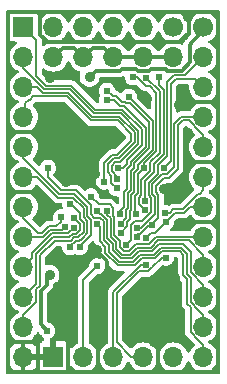
<source format=gbr>
%TF.GenerationSoftware,KiCad,Pcbnew,8.0.5*%
%TF.CreationDate,2025-07-03T08:28:17+01:00*%
%TF.ProjectId,sdrr rev e,73647272-2072-4657-9620-652e6b696361,rev?*%
%TF.SameCoordinates,Original*%
%TF.FileFunction,Copper,L2,Bot*%
%TF.FilePolarity,Positive*%
%FSLAX46Y46*%
G04 Gerber Fmt 4.6, Leading zero omitted, Abs format (unit mm)*
G04 Created by KiCad (PCBNEW 8.0.5) date 2025-07-03 08:28:17*
%MOMM*%
%LPD*%
G01*
G04 APERTURE LIST*
%TA.AperFunction,ComponentPad*%
%ADD10C,1.700000*%
%TD*%
%TA.AperFunction,ComponentPad*%
%ADD11O,1.700000X1.700000*%
%TD*%
%TA.AperFunction,ComponentPad*%
%ADD12R,1.700000X1.700000*%
%TD*%
%TA.AperFunction,ViaPad*%
%ADD13C,0.914400*%
%TD*%
%TA.AperFunction,ViaPad*%
%ADD14C,0.609600*%
%TD*%
%TA.AperFunction,Conductor*%
%ADD15C,0.304800*%
%TD*%
%TA.AperFunction,Conductor*%
%ADD16C,0.152400*%
%TD*%
G04 APERTURE END LIST*
D10*
%TO.P,J2,1,Pin_1*%
%TO.N,BOOT0*%
X114300000Y-31750000D03*
D11*
%TO.P,J2,2,Pin_2*%
%TO.N,+3V3*%
X114300000Y-34290000D03*
%TO.P,J2,3,Pin_3*%
%TO.N,SEL3*%
X111760000Y-31750000D03*
%TO.P,J2,4,Pin_4*%
%TO.N,+3V3*%
X111760000Y-34290000D03*
%TO.P,J2,5,Pin_5*%
%TO.N,SEL2*%
X109220000Y-31750000D03*
%TO.P,J2,6,Pin_6*%
%TO.N,+3V3*%
X109220000Y-34290000D03*
%TO.P,J2,7,Pin_7*%
%TO.N,SEL1*%
X106680000Y-31750000D03*
%TO.P,J2,8,Pin_8*%
%TO.N,+3V3*%
X106680000Y-34290000D03*
%TO.P,J2,9,Pin_9*%
%TO.N,SEL0*%
X104140000Y-31750000D03*
%TO.P,J2,10,Pin_10*%
%TO.N,+3V3*%
X104140000Y-34290000D03*
%TD*%
D12*
%TO.P,U2,1,A7*%
%TO.N,A7*%
X101600000Y-31750000D03*
D11*
%TO.P,U2,2,A6*%
%TO.N,A6*%
X101600000Y-34290000D03*
%TO.P,U2,3,A5*%
%TO.N,A5*%
X101600000Y-36830000D03*
%TO.P,U2,4,A4*%
%TO.N,A4*%
X101600000Y-39370000D03*
%TO.P,U2,5,A3*%
%TO.N,A3*%
X101600000Y-41910000D03*
%TO.P,U2,6,A2*%
%TO.N,A2*%
X101600000Y-44450000D03*
%TO.P,U2,7,A1*%
%TO.N,A1*%
X101600000Y-46990000D03*
%TO.P,U2,8,A0*%
%TO.N,A0*%
X101600000Y-49530000D03*
%TO.P,U2,9,D0*%
%TO.N,D0*%
X101600000Y-52070000D03*
%TO.P,U2,10,D1*%
%TO.N,D1*%
X101600000Y-54610000D03*
%TO.P,U2,11,D2*%
%TO.N,D2*%
X101600000Y-57150000D03*
%TO.P,U2,12,GND*%
%TO.N,GND*%
X101600000Y-59690000D03*
%TO.P,U2,13,D3*%
%TO.N,D3*%
X116840000Y-59690000D03*
%TO.P,U2,14,D4*%
%TO.N,D4*%
X116840000Y-57150000D03*
%TO.P,U2,15,D5*%
%TO.N,D5*%
X116840000Y-54610000D03*
%TO.P,U2,16,D6*%
%TO.N,D6*%
X116840000Y-52070000D03*
%TO.P,U2,17,D7*%
%TO.N,D7*%
X116840000Y-49530000D03*
%TO.P,U2,18,A11*%
%TO.N,A11*%
X116840000Y-46990000D03*
%TO.P,U2,19,A10*%
%TO.N,A10*%
X116840000Y-44450000D03*
%TO.P,U2,20,~{CS}*%
%TO.N,CS1*%
X116840000Y-41910000D03*
%TO.P,U2,21,A12*%
%TO.N,A12*%
X116840000Y-39370000D03*
%TO.P,U2,22,A9*%
%TO.N,A9*%
X116840000Y-36830000D03*
%TO.P,U2,23,A8*%
%TO.N,A8*%
X116840000Y-34290000D03*
D10*
%TO.P,U2,24,VCC*%
%TO.N,+5V*%
X116840000Y-31750000D03*
%TD*%
D12*
%TO.P,J1,1,Pin_1*%
%TO.N,GND*%
X104140000Y-59690000D03*
D11*
%TO.P,J1,2,Pin_2*%
%TO.N,NRST*%
X106680000Y-59690000D03*
%TO.P,J1,3,Pin_3*%
%TO.N,SWDIO*%
X109220000Y-59690000D03*
%TO.P,J1,4,Pin_4*%
%TO.N,SWCLK*%
X111760000Y-59690000D03*
%TO.P,J1,5,Pin_5*%
%TO.N,+5V*%
X114300000Y-59690000D03*
%TD*%
D13*
%TO.N,GND*%
X102819200Y-58191400D03*
X114833400Y-57073800D03*
X114808000Y-38354000D03*
X115544600Y-40741600D03*
X107810194Y-50611071D03*
X112618184Y-58389184D03*
X114427000Y-52984400D03*
X105180251Y-44907200D03*
X103835200Y-36042600D03*
X107924600Y-58420000D03*
X107670600Y-44246800D03*
X106121200Y-51714400D03*
X110718600Y-58420000D03*
X105587800Y-58420000D03*
X102920800Y-40665400D03*
X112039400Y-37846000D03*
X113511090Y-45494377D03*
X115506500Y-30873700D03*
%TO.N,+5V*%
X107201000Y-35966400D03*
D14*
%TO.N,NRST*%
X110871000Y-36017200D03*
X107818797Y-52023403D03*
X111810800Y-43683701D03*
X111150400Y-47618238D03*
%TO.N,SWCLK*%
X113663155Y-51282600D03*
%TO.N,SWDIO*%
X111951178Y-51892200D03*
%TO.N,SEL1*%
X108687460Y-37160650D03*
X109829317Y-48396859D03*
%TO.N,A2*%
X105562400Y-50416400D03*
%TO.N,SEL0*%
X109756301Y-47570191D03*
X108661200Y-37922200D03*
%TO.N,SEL2*%
X110515400Y-37668200D03*
X109829317Y-49158862D03*
%TO.N,BOOT0*%
X113080800Y-35966400D03*
X111887000Y-46456600D03*
%TO.N,A0*%
X105105954Y-48700212D03*
%TO.N,A8*%
X110305503Y-50191361D03*
%TO.N,D1*%
X105841799Y-47914643D03*
%TO.N,D4*%
X103682800Y-43688000D03*
%TO.N,A11*%
X111981929Y-49606200D03*
X113647535Y-48265266D03*
%TO.N,D2*%
X105579768Y-46744032D03*
%TO.N,A12*%
X111226600Y-48743570D03*
%TO.N,D5*%
X107848400Y-47343671D03*
%TO.N,D6*%
X108677992Y-47329403D03*
%TO.N,A9*%
X113487200Y-43680213D03*
%TO.N,A4*%
X108454101Y-44844843D03*
%TO.N,D3*%
X107848117Y-48439265D03*
%TO.N,A3*%
X106356754Y-50416400D03*
%TO.N,A1*%
X104775000Y-47879000D03*
%TO.N,D7*%
X107323962Y-46117438D03*
%TO.N,A7*%
X109599578Y-43729719D03*
%TO.N,A5*%
X109495910Y-45413266D03*
%TO.N,A10*%
X113564109Y-47507844D03*
%TO.N,CS1*%
X112527901Y-48519901D03*
X111226600Y-49505573D03*
%TO.N,D0*%
X105866917Y-48740000D03*
%TO.N,A6*%
X109550200Y-44653200D03*
D13*
%TO.N,Net-(RC5-Pad2)*%
X103809800Y-52737412D03*
D14*
X103606600Y-57480200D03*
%TO.N,SEL3*%
X111860694Y-47218148D03*
X112014000Y-36054400D03*
%TD*%
D15*
%TO.N,GND*%
X107950000Y-60966600D02*
X107950000Y-59080400D01*
X105384600Y-60966600D02*
X105410000Y-60941200D01*
X115417600Y-30784800D02*
X115112800Y-30480000D01*
X107950000Y-59080400D02*
X107924600Y-59055000D01*
X115112800Y-30480000D02*
X100482400Y-30480000D01*
X103657400Y-33045400D02*
X103022400Y-32410400D01*
X105384600Y-60966600D02*
X103403400Y-60966600D01*
X107950000Y-60966600D02*
X105384600Y-60966600D01*
X102819200Y-58470800D02*
X102819200Y-59740800D01*
X114808000Y-33045400D02*
X104571800Y-33045400D01*
X118106600Y-43180000D02*
X116281200Y-43180000D01*
X107810194Y-50713417D02*
X108558388Y-51461611D01*
X113030000Y-60966600D02*
X113030000Y-58496200D01*
X102819200Y-60934600D02*
X102844600Y-60960000D01*
X100409600Y-58420000D02*
X101523800Y-58420000D01*
X100333400Y-58343800D02*
X100333400Y-50774600D01*
X115620800Y-32232600D02*
X114808000Y-33045400D01*
X101600000Y-58496200D02*
X101523800Y-58420000D01*
X103396800Y-60960000D02*
X103403400Y-60966600D01*
X104571800Y-33045400D02*
X103657400Y-33045400D01*
X102768400Y-59690000D02*
X102819200Y-59740800D01*
X108712000Y-51615223D02*
X108712000Y-52095400D01*
X101600000Y-59690000D02*
X101600000Y-58496200D01*
X101600000Y-60960000D02*
X102844600Y-60960000D01*
X118055800Y-48260000D02*
X115951000Y-48260000D01*
X100333400Y-60557000D02*
X100736400Y-60960000D01*
X101600000Y-60960000D02*
X101600000Y-59690000D01*
X100333400Y-45720000D02*
X100333400Y-40640000D01*
X100333400Y-30629000D02*
X100333400Y-40640000D01*
X103022400Y-32410400D02*
X102971600Y-32359600D01*
X101523800Y-58420000D02*
X102768400Y-58420000D01*
X118106600Y-38074600D02*
X115951000Y-38074600D01*
X100333400Y-58343800D02*
X100409600Y-58420000D01*
X108558388Y-51461611D02*
X108712000Y-51615223D01*
X115951000Y-38074600D02*
X115925600Y-38049200D01*
X102844600Y-60960000D02*
X103396800Y-60960000D01*
X102819200Y-59740800D02*
X102819200Y-60934600D01*
X115620800Y-30988000D02*
X115620800Y-32232600D01*
X118106600Y-38074600D02*
X118106600Y-43180000D01*
X109194600Y-60966600D02*
X107950000Y-60966600D01*
X100333400Y-40640000D02*
X102489000Y-40640000D01*
X100333400Y-58343800D02*
X100333400Y-60557000D01*
X118106600Y-60404600D02*
X117544600Y-60966600D01*
X102971600Y-32359600D02*
X102971600Y-30962600D01*
X107810194Y-50611071D02*
X107810194Y-50713417D01*
X100333400Y-45720000D02*
X102870000Y-45720000D01*
X118106600Y-30832200D02*
X118106600Y-38074600D01*
X100736400Y-60960000D02*
X101600000Y-60960000D01*
X101600000Y-59690000D02*
X102768400Y-59690000D01*
X117544600Y-60966600D02*
X115544600Y-60966600D01*
X100482400Y-30480000D02*
X100333400Y-30629000D01*
X118106600Y-48209200D02*
X118055800Y-48260000D01*
X117754400Y-30480000D02*
X118106600Y-30832200D01*
X105410000Y-58013600D02*
X105384600Y-57988200D01*
X102768400Y-58420000D02*
X102819200Y-58470800D01*
X115417600Y-30759400D02*
X115697000Y-30480000D01*
X100333400Y-50774600D02*
X100333400Y-45720000D01*
X115417600Y-30784800D02*
X115417600Y-30759400D01*
X115697000Y-30480000D02*
X117754400Y-30480000D01*
X118106600Y-48209200D02*
X118106600Y-60404600D01*
X118106600Y-43180000D02*
X118106600Y-45745400D01*
X115951000Y-48260000D02*
X115925600Y-48285400D01*
X102870000Y-45720000D02*
X103073200Y-45923200D01*
X105410000Y-60941200D02*
X105410000Y-58013600D01*
X113030000Y-58496200D02*
X113055400Y-58470800D01*
X118106600Y-45745400D02*
X118106600Y-48209200D01*
X113030000Y-60966600D02*
X109194600Y-60966600D01*
X115417600Y-30784800D02*
X115620800Y-30988000D01*
X115544600Y-60966600D02*
X113030000Y-60966600D01*
%TO.N,+5V*%
X109949682Y-35280600D02*
X109784298Y-35445984D01*
X113639600Y-35306000D02*
X112395000Y-35306000D01*
X112395000Y-35306000D02*
X112256200Y-35444800D01*
X116840000Y-31750000D02*
X116840000Y-32113134D01*
X113778400Y-35444800D02*
X113639600Y-35306000D01*
X107721416Y-35445984D02*
X107201000Y-35966400D01*
X115900200Y-33045400D02*
X115685200Y-33260400D01*
X115907734Y-33045400D02*
X115900200Y-33045400D01*
X114985800Y-35444800D02*
X113778400Y-35444800D01*
X116840000Y-32113134D02*
X115907734Y-33045400D01*
X112256200Y-35444800D02*
X111281666Y-35444800D01*
X111281666Y-35444800D02*
X111117466Y-35280600D01*
X115685200Y-33260400D02*
X115685200Y-34745400D01*
X111117466Y-35280600D02*
X109949682Y-35280600D01*
X109784298Y-35445984D02*
X107721416Y-35445984D01*
X115685200Y-34745400D02*
X114985800Y-35444800D01*
%TO.N,+3V3*%
X105892600Y-33502600D02*
X106680000Y-34290000D01*
X106680000Y-34290000D02*
X107467400Y-33502600D01*
X111760000Y-34290000D02*
X114300000Y-34290000D01*
X109220000Y-34290000D02*
X111760000Y-34290000D01*
X108432600Y-33502600D02*
X109220000Y-34290000D01*
X107467400Y-33502600D02*
X108432600Y-33502600D01*
X104140000Y-34290000D02*
X104927400Y-33502600D01*
X104927400Y-33502600D02*
X105892600Y-33502600D01*
D16*
%TO.N,NRST*%
X112852200Y-37323652D02*
X112852200Y-42267844D01*
X111222458Y-36017200D02*
X111959058Y-36753800D01*
X112852200Y-42267844D02*
X111810800Y-43309244D01*
X107818797Y-52023403D02*
X106680000Y-53162200D01*
X111959058Y-36753800D02*
X112282348Y-36753800D01*
X110871000Y-36017200D02*
X111222458Y-36017200D01*
X111150400Y-47618238D02*
X111048800Y-47516638D01*
X106680000Y-53162200D02*
X106680000Y-59690000D01*
X111048800Y-47516638D02*
X111048800Y-46075782D01*
X111277400Y-45847182D02*
X111277400Y-44217101D01*
X111048800Y-46075782D02*
X111277400Y-45847182D01*
X112282348Y-36753800D02*
X112852200Y-37323652D01*
X111277400Y-44217101D02*
X111810800Y-43683701D01*
X111810800Y-43309244D02*
X111810800Y-43683701D01*
%TO.N,SWCLK*%
X111760000Y-59690000D02*
X110745371Y-59690000D01*
X110745371Y-59690000D02*
X109524800Y-58469429D01*
X113663155Y-51282600D02*
X113309400Y-51282600D01*
X111937800Y-52425600D02*
X112172120Y-52425600D01*
X112484578Y-52113142D02*
X112172120Y-52425600D01*
X109524800Y-54312718D02*
X111411918Y-52425600D01*
X109524800Y-58469429D02*
X109524800Y-54312718D01*
X111411918Y-52425600D02*
X111937800Y-52425600D01*
X113309400Y-51282600D02*
X112484578Y-52107422D01*
X112484578Y-52107422D02*
X112484578Y-52113142D01*
%TO.N,SWDIO*%
X109220000Y-59690000D02*
X109220000Y-54186466D01*
X109220000Y-54186466D02*
X111514266Y-51892200D01*
X111514266Y-51892200D02*
X111951178Y-51892200D01*
%TO.N,SEL1*%
X109397800Y-37617400D02*
X109931200Y-38150800D01*
X110617000Y-38201600D02*
X112242600Y-39827200D01*
X110972600Y-43285340D02*
X110972600Y-43659797D01*
X112242600Y-42015340D02*
X110972600Y-43285340D01*
X112242600Y-39827200D02*
X112242600Y-42015340D01*
X110667800Y-45594678D02*
X110439200Y-45823278D01*
X110439200Y-47117748D02*
X110312200Y-47244748D01*
X110439200Y-45823278D02*
X110439200Y-47117748D01*
X110312200Y-47244748D02*
X110312200Y-47913976D01*
X110243658Y-38150800D02*
X110294458Y-38201600D01*
X110312200Y-47913976D02*
X109829317Y-48396859D01*
X110294458Y-38201600D02*
X110617000Y-38201600D01*
X110972600Y-43659797D02*
X110667800Y-43964597D01*
X110667800Y-43964597D02*
X110667800Y-45594678D01*
X109144210Y-37617400D02*
X109397800Y-37617400D01*
X109931200Y-38150800D02*
X110243658Y-38150800D01*
X108687460Y-37160650D02*
X109144210Y-37617400D01*
%TO.N,A2*%
X106518911Y-49704452D02*
X106635881Y-49587481D01*
X106705400Y-47879000D02*
X106705400Y-47115322D01*
X106340327Y-49883036D02*
X106518911Y-49704452D01*
X106705400Y-47115322D02*
X105792678Y-46202600D01*
X102769148Y-44450000D02*
X101600000Y-44450000D01*
X105792678Y-46202600D02*
X104521748Y-46202600D01*
X104521748Y-46202600D02*
X102769148Y-44450000D01*
X106017037Y-49883036D02*
X106340327Y-49883036D01*
X107009917Y-48183517D02*
X106705400Y-47879000D01*
X105562400Y-50337673D02*
X106017037Y-49883036D01*
X106635881Y-49587481D02*
X107009917Y-49213446D01*
X105562400Y-50416400D02*
X105562400Y-50337673D01*
X107009917Y-49213446D02*
X107009917Y-48183517D01*
%TO.N,SEL0*%
X110667800Y-43484800D02*
X110363000Y-43789600D01*
X110134400Y-46991496D02*
X109756301Y-47369595D01*
X110134400Y-45697026D02*
X110134400Y-46991496D01*
X110363000Y-43789600D02*
X110363000Y-45468426D01*
X109756301Y-47369595D02*
X109756301Y-47570191D01*
X110363000Y-45468426D02*
X110134400Y-45697026D01*
X111937800Y-40287392D02*
X111937800Y-41889088D01*
X108661200Y-37922200D02*
X109271548Y-37922200D01*
X111937800Y-41889088D02*
X110667800Y-43159088D01*
X110667800Y-43159088D02*
X110667800Y-43484800D01*
X110106008Y-38455600D02*
X111937800Y-40287392D01*
X109804948Y-38455600D02*
X110106008Y-38455600D01*
X109271548Y-37922200D02*
X109804948Y-38455600D01*
%TO.N,SEL2*%
X112547400Y-42141592D02*
X111277400Y-43411592D01*
X110362717Y-48294511D02*
X110362717Y-48625462D01*
X110744000Y-45949530D02*
X110744000Y-47244000D01*
X110744000Y-47244000D02*
X110617000Y-47371000D01*
X110515400Y-37668200D02*
X112547400Y-39700200D01*
X111277400Y-43786049D02*
X110972600Y-44090849D01*
X112547400Y-39700200D02*
X112547400Y-42141592D01*
X110617000Y-48040228D02*
X110362717Y-48294511D01*
X110362717Y-48625462D02*
X109829317Y-49158862D01*
X110972600Y-45720930D02*
X110744000Y-45949530D01*
X110972600Y-44090849D02*
X110972600Y-45720930D01*
X110617000Y-47371000D02*
X110617000Y-48040228D01*
X111277400Y-43411592D02*
X111277400Y-43786049D01*
%TO.N,BOOT0*%
X113080800Y-35966400D02*
X113080800Y-36690148D01*
X113461800Y-37071148D02*
X113461800Y-42520348D01*
X112649000Y-44071244D02*
X111887000Y-44833244D01*
X112649000Y-43333148D02*
X112649000Y-44071244D01*
X113080800Y-36690148D02*
X113461800Y-37071148D01*
X113461800Y-42520348D02*
X112649000Y-43333148D01*
X111887000Y-44833244D02*
X111887000Y-46456600D01*
%TO.N,A0*%
X104877354Y-48928812D02*
X103854432Y-48928812D01*
X103253244Y-49530000D02*
X101600000Y-49530000D01*
X103854432Y-48928812D02*
X103253244Y-49530000D01*
X105105954Y-48700212D02*
X104877354Y-48928812D01*
%TO.N,A8*%
X112420400Y-47442008D02*
X111661594Y-48200814D01*
X110693200Y-48522628D02*
X110693200Y-49803664D01*
X112953800Y-43459400D02*
X112953800Y-44197496D01*
X113766600Y-42646600D02*
X112953800Y-43459400D01*
X112953800Y-44197496D02*
X112191800Y-44959496D01*
X113766600Y-36449000D02*
X113766600Y-42646600D01*
X111015014Y-48200814D02*
X110693200Y-48522628D01*
X110693200Y-49803664D02*
X110305503Y-50191361D01*
X115304200Y-35825800D02*
X114389800Y-35825800D01*
X112191800Y-44959496D02*
X112191800Y-46007058D01*
X112191800Y-46007058D02*
X112420400Y-46235658D01*
X111661594Y-48200814D02*
X111015014Y-48200814D01*
X116840000Y-34290000D02*
X115304200Y-35825800D01*
X112420400Y-46235658D02*
X112420400Y-47442008D01*
X114389800Y-35825800D02*
X113766600Y-36449000D01*
%TO.N,D1*%
X105841799Y-47914643D02*
X106400317Y-48473161D01*
X104106936Y-49538412D02*
X102678600Y-50966748D01*
X105764569Y-49273400D02*
X105499557Y-49538412D01*
X106400317Y-48960942D02*
X106087859Y-49273400D01*
X106087859Y-49273400D02*
X105764569Y-49273400D01*
X106400317Y-48473161D02*
X106400317Y-48960942D01*
X105499557Y-49538412D02*
X104106936Y-49538412D01*
X102678600Y-53531400D02*
X101600000Y-54610000D01*
X102678600Y-50966748D02*
X102678600Y-53531400D01*
%TO.N,D4*%
X112621356Y-51054000D02*
X113230956Y-50444400D01*
X115456600Y-50941348D02*
X115456600Y-52667052D01*
X107315000Y-46862818D02*
X107315000Y-47626496D01*
X111490362Y-51054000D02*
X112621356Y-51054000D01*
X110905201Y-51639161D02*
X111490362Y-51054000D01*
X115761400Y-55056771D02*
X116393229Y-55688600D01*
X116840000Y-56134000D02*
X116840000Y-57150000D01*
X103682800Y-43688000D02*
X103682800Y-43967400D01*
X107315000Y-47626496D02*
X107592904Y-47904400D01*
X104774252Y-45593000D02*
X106045182Y-45593000D01*
X108381517Y-48218323D02*
X108381517Y-49781473D01*
X115456600Y-52667052D02*
X115761400Y-52971852D01*
X103682800Y-43967400D02*
X103657400Y-43992800D01*
X114959652Y-50444400D02*
X115456600Y-50941348D01*
X103657400Y-44476148D02*
X104774252Y-45593000D01*
X109705805Y-51639161D02*
X110905201Y-51639161D01*
X108381517Y-49781473D02*
X108839000Y-50238956D01*
X108067594Y-47904400D02*
X108381517Y-48218323D01*
X108839000Y-50238956D02*
X108839000Y-50772356D01*
X113230956Y-50444400D02*
X114959652Y-50444400D01*
X116393229Y-55688600D02*
X116394600Y-55688600D01*
X106045182Y-45593000D02*
X107315000Y-46862818D01*
X115761400Y-52971852D02*
X115761400Y-55056771D01*
X116394600Y-55688600D02*
X116840000Y-56134000D01*
X103657400Y-43992800D02*
X103657400Y-44476148D01*
X107592904Y-47904400D02*
X108067594Y-47904400D01*
X108839000Y-50772356D02*
X109705805Y-51639161D01*
%TO.N,A11*%
X115206581Y-47480419D02*
X115697000Y-46990000D01*
X112413729Y-49174400D02*
X111981929Y-49606200D01*
X113647535Y-48265266D02*
X114432382Y-47480419D01*
X112738401Y-49174400D02*
X112413729Y-49174400D01*
X113647535Y-48265266D02*
X112738401Y-49174400D01*
X114432382Y-47480419D02*
X115206581Y-47480419D01*
X115697000Y-46990000D02*
X116840000Y-46990000D01*
%TO.N,D2*%
X102678600Y-53962451D02*
X102678600Y-55056771D01*
X105890821Y-49578200D02*
X105625809Y-49843212D01*
X105579768Y-46744032D02*
X105595832Y-46744032D01*
X102983400Y-51093000D02*
X102983400Y-53657652D01*
X106375200Y-47523400D02*
X106375200Y-48016992D01*
X106705117Y-49087194D02*
X106214111Y-49578200D01*
X105625809Y-49843212D02*
X104233188Y-49843212D01*
X106214111Y-49578200D02*
X105890821Y-49578200D01*
X102678600Y-55056771D02*
X101600000Y-56135371D01*
X105595832Y-46744032D02*
X106375200Y-47523400D01*
X101600000Y-56135371D02*
X101600000Y-57150000D01*
X106375200Y-48016992D02*
X106705117Y-48346909D01*
X102983399Y-53657652D02*
X102678600Y-53962451D01*
X102983400Y-53657652D02*
X102983399Y-53657652D01*
X104233188Y-49843212D02*
X102983400Y-51093000D01*
X106705117Y-48346909D02*
X106705117Y-49087194D01*
%TO.N,A12*%
X112496600Y-45880806D02*
X112496600Y-45085748D01*
X111226600Y-48743570D02*
X111549890Y-48743570D01*
X112496600Y-45085748D02*
X113360948Y-44221400D01*
X112725909Y-47567551D02*
X112725909Y-46110115D01*
X113792000Y-44221400D02*
X114376200Y-43637200D01*
X114376200Y-43637200D02*
X114376200Y-39954948D01*
X112725909Y-46110115D02*
X112496600Y-45880806D01*
X114376200Y-39954948D02*
X114961148Y-39370000D01*
X113360948Y-44221400D02*
X113792000Y-44221400D01*
X114961148Y-39370000D02*
X116840000Y-39370000D01*
X111549890Y-48743570D02*
X112725909Y-47567551D01*
%TO.N,D5*%
X112495104Y-50749200D02*
X111364110Y-50749200D01*
X116840000Y-53619400D02*
X115761400Y-52540800D01*
X108686317Y-48092071D02*
X108193846Y-47599600D01*
X115761400Y-52540800D02*
X115761400Y-50815096D01*
X113104704Y-50139600D02*
X112495104Y-50749200D01*
X109832057Y-51334361D02*
X109143800Y-50646104D01*
X108193846Y-47599600D02*
X108104329Y-47599600D01*
X116840000Y-54610000D02*
X116840000Y-53619400D01*
X108686317Y-49655221D02*
X108686317Y-48092071D01*
X111364110Y-50749200D02*
X110778949Y-51334361D01*
X109143800Y-50646104D02*
X109143800Y-50112704D01*
X115761400Y-50815096D02*
X115085904Y-50139600D01*
X115085904Y-50139600D02*
X113104704Y-50139600D01*
X108104329Y-47599600D02*
X107848400Y-47343671D01*
X110778949Y-51334361D02*
X109832057Y-51334361D01*
X109143800Y-50112704D02*
X108686317Y-49655221D01*
%TO.N,D6*%
X109958309Y-51029561D02*
X109448600Y-50519852D01*
X108661200Y-47635902D02*
X108661200Y-47346195D01*
X115619429Y-49834800D02*
X112978452Y-49834800D01*
X108991117Y-47965819D02*
X108661200Y-47635902D01*
X112978452Y-49834800D02*
X112368852Y-50444400D01*
X108661200Y-47346195D02*
X108677992Y-47329403D01*
X116840000Y-52070000D02*
X116840000Y-51055371D01*
X109448600Y-50519852D02*
X109448600Y-49986452D01*
X116840000Y-51055371D02*
X115619429Y-49834800D01*
X108991117Y-49528969D02*
X108991117Y-47965819D01*
X112368852Y-50444400D02*
X111237858Y-50444400D01*
X110652697Y-51029561D02*
X109958309Y-51029561D01*
X111237858Y-50444400D02*
X110652697Y-51029561D01*
X109448600Y-49986452D02*
X108991117Y-49528969D01*
%TO.N,A9*%
X114516052Y-36130600D02*
X114071400Y-36575252D01*
X114071400Y-36575252D02*
X114071400Y-43096013D01*
X114071400Y-43096013D02*
X113487200Y-43680213D01*
X116840000Y-36830000D02*
X116140600Y-36130600D01*
X116140600Y-36130600D02*
X114516052Y-36130600D01*
%TO.N,A4*%
X110718600Y-41384080D02*
X110718600Y-40792400D01*
X110718600Y-40792400D02*
X109601000Y-39674800D01*
X102121600Y-37908600D02*
X102045400Y-37908600D01*
X109142451Y-42570400D02*
X109532280Y-42570400D01*
X101727000Y-39243000D02*
X101600000Y-39370000D01*
X102045400Y-37908600D02*
X101727000Y-38227000D01*
X102387400Y-37642800D02*
X102121600Y-37908600D01*
X108454101Y-44844843D02*
X108454101Y-43258750D01*
X105283000Y-37642800D02*
X102387400Y-37642800D01*
X108454101Y-43258750D02*
X109142451Y-42570400D01*
X101727000Y-38227000D02*
X101727000Y-39243000D01*
X107315000Y-39674800D02*
X105283000Y-37642800D01*
X109532280Y-42570400D02*
X110718600Y-41384080D01*
X109601000Y-39674800D02*
X107315000Y-39674800D01*
%TO.N,D3*%
X109579553Y-51943961D02*
X111031453Y-51943961D01*
X111031453Y-51943961D02*
X111616614Y-51358800D01*
X115151800Y-52793304D02*
X115456600Y-53098104D01*
X112747608Y-51358800D02*
X113357208Y-50749200D01*
X116840000Y-58674000D02*
X116840000Y-59690000D01*
X108534200Y-50898608D02*
X109579553Y-51943961D01*
X107848117Y-48439265D02*
X108076717Y-48667865D01*
X115151800Y-51067600D02*
X115151800Y-52793304D01*
X108076717Y-48667865D02*
X108076717Y-49907725D01*
X116393229Y-58228600D02*
X116394600Y-58228600D01*
X115747800Y-57583171D02*
X116393229Y-58228600D01*
X114833400Y-50749200D02*
X115151800Y-51067600D01*
X116394600Y-58228600D02*
X116840000Y-58674000D01*
X113357208Y-50749200D02*
X114833400Y-50749200D01*
X108076717Y-49907725D02*
X108534200Y-50365208D01*
X115456600Y-55183023D02*
X115747800Y-55474223D01*
X108534200Y-50365208D02*
X108534200Y-50898608D01*
X115456600Y-53098104D02*
X115456600Y-55183023D01*
X111616614Y-51358800D02*
X112747608Y-51358800D01*
X115747800Y-55474223D02*
X115747800Y-57583171D01*
%TO.N,A3*%
X107314717Y-48057265D02*
X107010200Y-47752748D01*
X107314717Y-49339698D02*
X107314717Y-48057265D01*
X104648000Y-45897800D02*
X101600000Y-42849800D01*
X106356754Y-50416400D02*
X106356754Y-50297661D01*
X107010200Y-47752748D02*
X107010200Y-46989070D01*
X105918930Y-45897800D02*
X104648000Y-45897800D01*
X101600000Y-42849800D02*
X101600000Y-41910000D01*
X106356754Y-50297661D02*
X107314717Y-49339698D01*
X107010200Y-46989070D02*
X105918930Y-45897800D01*
%TO.N,A1*%
X103152392Y-49199800D02*
X102844600Y-49199800D01*
X104775000Y-48234600D02*
X104385588Y-48624012D01*
X101600000Y-47955200D02*
X101600000Y-46990000D01*
X104385588Y-48624012D02*
X103728180Y-48624012D01*
X102844600Y-49199800D02*
X101600000Y-47955200D01*
X103728180Y-48624012D02*
X103152392Y-49199800D01*
X104775000Y-47879000D02*
X104775000Y-48234600D01*
%TO.N,D7*%
X110526445Y-50724761D02*
X111111606Y-50139600D01*
X109753400Y-49860200D02*
X109753400Y-50393600D01*
X108889731Y-46786800D02*
X109220000Y-47117069D01*
X109295917Y-47839567D02*
X109295917Y-49402717D01*
X109295917Y-49402717D02*
X109753400Y-49860200D01*
X107993324Y-46786800D02*
X108889731Y-46786800D01*
X112242600Y-50139600D02*
X112852200Y-49530000D01*
X109753400Y-50393600D02*
X110084561Y-50724761D01*
X110084561Y-50724761D02*
X110526445Y-50724761D01*
X109220000Y-47117069D02*
X109220000Y-47763650D01*
X109220000Y-47763650D02*
X109295917Y-47839567D01*
X112852200Y-49530000D02*
X116840000Y-49530000D01*
X107323962Y-46117438D02*
X107993324Y-46786800D01*
X111111606Y-50139600D02*
X112242600Y-50139600D01*
%TO.N,A7*%
X110363000Y-43032836D02*
X111633000Y-41762836D01*
X111633000Y-41762836D02*
X111633000Y-40413644D01*
X109599578Y-43729719D02*
X109991829Y-43729719D01*
X111633000Y-40413644D02*
X109979756Y-38760400D01*
X109991829Y-43729719D02*
X110363000Y-43358548D01*
X102692200Y-32842200D02*
X101600000Y-31750000D01*
X107693756Y-38760400D02*
X105661756Y-36728400D01*
X109979756Y-38760400D02*
X107693756Y-38760400D01*
X103504252Y-36728400D02*
X102692200Y-35916348D01*
X110363000Y-43358548D02*
X110363000Y-43032836D01*
X105661756Y-36728400D02*
X103504252Y-36728400D01*
X102692200Y-35916348D02*
X102692200Y-32842200D01*
%TO.N,A5*%
X111023400Y-41510332D02*
X111023400Y-40666148D01*
X109727252Y-39370000D02*
X107441252Y-39370000D01*
X109016800Y-44934156D02*
X109016800Y-44332335D01*
X107441252Y-39370000D02*
X105409252Y-37338000D01*
X108761378Y-43382525D02*
X109268703Y-42875200D01*
X102743748Y-36830000D02*
X101600000Y-36830000D01*
X111023400Y-40666148D02*
X109727252Y-39370000D01*
X103251748Y-37338000D02*
X102743748Y-36830000D01*
X109268703Y-42875200D02*
X109658532Y-42875200D01*
X109658532Y-42875200D02*
X111023400Y-41510332D01*
X108761378Y-44076913D02*
X108761378Y-43382525D01*
X105409252Y-37338000D02*
X103251748Y-37338000D01*
X109016800Y-44332335D02*
X108761378Y-44076913D01*
X109495910Y-45413266D02*
X109016800Y-44934156D01*
%TO.N,A10*%
X116840000Y-45593000D02*
X116521600Y-45911400D01*
X113973905Y-47507844D02*
X113564109Y-47507844D01*
X116344548Y-45911400D02*
X115080329Y-47175619D01*
X116521600Y-45911400D02*
X116344548Y-45911400D01*
X116840000Y-44450000D02*
X116840000Y-45593000D01*
X115080329Y-47175619D02*
X114306130Y-47175619D01*
X114306130Y-47175619D02*
X113973905Y-47507844D01*
%TO.N,CS1*%
X112527901Y-48519901D02*
X112527901Y-48402079D01*
X116394600Y-40448600D02*
X116840000Y-40894000D01*
X116840000Y-40894000D02*
X116840000Y-41910000D01*
X116393229Y-40448600D02*
X116394600Y-40448600D01*
X114681000Y-43763452D02*
X114681000Y-40081200D01*
X115761400Y-39816771D02*
X116393229Y-40448600D01*
X113030709Y-45983863D02*
X112801400Y-45754554D01*
X113918252Y-44526200D02*
X114681000Y-43763452D01*
X114681000Y-40081200D02*
X115087400Y-39674800D01*
X111447542Y-49276970D02*
X111226600Y-49276970D01*
X111226600Y-49276970D02*
X111226600Y-49505573D01*
X112801400Y-45212000D02*
X113487200Y-44526200D01*
X115087400Y-39674800D02*
X115620800Y-39674800D01*
X113487200Y-44526200D02*
X113918252Y-44526200D01*
X113030709Y-47899271D02*
X113030709Y-45983863D01*
X112801400Y-45754554D02*
X112801400Y-45212000D01*
X115620800Y-39674800D02*
X115761400Y-39815400D01*
X115761400Y-39815400D02*
X115761400Y-39816771D01*
X112204611Y-48519901D02*
X111447542Y-49276970D01*
X112527901Y-48519901D02*
X112204611Y-48519901D01*
X112527901Y-48402079D02*
X113030709Y-47899271D01*
%TO.N,D0*%
X102336600Y-50877696D02*
X102336600Y-51333400D01*
X102336600Y-51333400D02*
X101600000Y-52070000D01*
X105373305Y-49233612D02*
X103980684Y-49233612D01*
X105866917Y-48740000D02*
X105373305Y-49233612D01*
X103980684Y-49233612D02*
X102336600Y-50877696D01*
%TO.N,A6*%
X109394955Y-43180000D02*
X109784784Y-43180000D01*
X107567504Y-39065200D02*
X105535504Y-37033200D01*
X109853504Y-39065200D02*
X107567504Y-39065200D01*
X109550200Y-44653200D02*
X109550200Y-44434683D01*
X109784784Y-43180000D02*
X111328200Y-41636584D01*
X111328200Y-40539896D02*
X109853504Y-39065200D01*
X109066178Y-43950661D02*
X109066178Y-43508777D01*
X109066178Y-43508777D02*
X109394955Y-43180000D01*
X103378000Y-37033200D02*
X101600000Y-35255200D01*
X111328200Y-41636584D02*
X111328200Y-40539896D01*
X101600000Y-35255200D02*
X101600000Y-34290000D01*
X109550200Y-44434683D02*
X109066178Y-43950661D01*
X105535504Y-37033200D02*
X103378000Y-37033200D01*
D15*
%TO.N,Net-(RC5-Pad2)*%
X103059600Y-54120267D02*
X103059600Y-56933200D01*
X103577767Y-53602100D02*
X103059600Y-54120267D01*
X103059600Y-56933200D02*
X103606600Y-57480200D01*
X103809800Y-52737412D02*
X103577767Y-52969445D01*
X103577767Y-52969445D02*
X103577767Y-53602100D01*
D16*
%TO.N,SEL3*%
X111582200Y-44706992D02*
X112344200Y-43944992D01*
X111582200Y-45973434D02*
X111582200Y-44706992D01*
X112344200Y-43206896D02*
X113157000Y-42394096D01*
X111353600Y-46711054D02*
X111353600Y-46202034D01*
X113157000Y-37197400D02*
X112014000Y-36054400D01*
X113157000Y-42394096D02*
X113157000Y-37197400D01*
X112344200Y-43944992D02*
X112344200Y-43206896D01*
X111353600Y-46202034D02*
X111582200Y-45973434D01*
X111860694Y-47218148D02*
X111353600Y-46711054D01*
%TD*%
%TA.AperFunction,Conductor*%
%TO.N,GND*%
G36*
X100361206Y-60253741D02*
G01*
X100392888Y-60295715D01*
X100426396Y-60367571D01*
X100426400Y-60367579D01*
X100561886Y-60561073D01*
X100561893Y-60561082D01*
X100728917Y-60728106D01*
X100728926Y-60728113D01*
X100922420Y-60863599D01*
X100922422Y-60863600D01*
X100986531Y-60893495D01*
X101039816Y-60940412D01*
X101059277Y-61008690D01*
X101038735Y-61076650D01*
X100984712Y-61122715D01*
X100933281Y-61133690D01*
X100291611Y-61133690D01*
X100267024Y-61131268D01*
X100256263Y-61129127D01*
X100193355Y-61096217D01*
X100158226Y-61034520D01*
X100157271Y-61030130D01*
X100155121Y-61019321D01*
X100152700Y-60994738D01*
X100152700Y-60986795D01*
X100152701Y-60952346D01*
X100152700Y-60952342D01*
X100152700Y-60942205D01*
X100152698Y-60942191D01*
X100152694Y-60348964D01*
X100172696Y-60280846D01*
X100226351Y-60234353D01*
X100296625Y-60224248D01*
X100361206Y-60253741D01*
G37*
%TD.AperFunction*%
%TA.AperFunction,Conductor*%
G36*
X102724449Y-60578905D02*
G01*
X102781285Y-60621452D01*
X102798473Y-60652928D01*
X102846648Y-60782090D01*
X102932810Y-60897189D01*
X102945679Y-60906822D01*
X102988226Y-60963658D01*
X102993290Y-61034473D01*
X102959265Y-61096786D01*
X102896953Y-61130811D01*
X102870170Y-61133690D01*
X102266719Y-61133690D01*
X102198598Y-61113688D01*
X102152105Y-61060032D01*
X102142001Y-60989758D01*
X102171495Y-60925178D01*
X102213469Y-60893495D01*
X102277577Y-60863600D01*
X102277579Y-60863599D01*
X102471073Y-60728113D01*
X102471076Y-60728111D01*
X102591321Y-60607866D01*
X102653633Y-60573841D01*
X102724449Y-60578905D01*
G37*
%TD.AperFunction*%
%TA.AperFunction,Conductor*%
G36*
X105698512Y-60441955D02*
G01*
X105719214Y-60464910D01*
X105733008Y-60484611D01*
X105733010Y-60484613D01*
X105733013Y-60484617D01*
X105885383Y-60636987D01*
X106061898Y-60760584D01*
X106257193Y-60851652D01*
X106376888Y-60883724D01*
X106385319Y-60885983D01*
X106445942Y-60922935D01*
X106476963Y-60986795D01*
X106468535Y-61057290D01*
X106423332Y-61112037D01*
X106355707Y-61133654D01*
X106352708Y-61133690D01*
X105409830Y-61133690D01*
X105341709Y-61113688D01*
X105295216Y-61060032D01*
X105285112Y-60989758D01*
X105314606Y-60925178D01*
X105334321Y-60906822D01*
X105347189Y-60897189D01*
X105433352Y-60782089D01*
X105483599Y-60647371D01*
X105489999Y-60587840D01*
X105490000Y-60587823D01*
X105490000Y-60537179D01*
X105510002Y-60469058D01*
X105563658Y-60422565D01*
X105633932Y-60412461D01*
X105698512Y-60441955D01*
G37*
%TD.AperFunction*%
%TA.AperFunction,Conductor*%
G36*
X108018960Y-60073141D02*
G01*
X108064194Y-60125343D01*
X108149416Y-60308102D01*
X108273013Y-60484617D01*
X108425383Y-60636987D01*
X108601898Y-60760584D01*
X108797193Y-60851652D01*
X108916888Y-60883724D01*
X108925319Y-60885983D01*
X108985942Y-60922935D01*
X109016963Y-60986795D01*
X109008535Y-61057290D01*
X108963332Y-61112037D01*
X108895707Y-61133654D01*
X108892708Y-61133690D01*
X107007292Y-61133690D01*
X106939171Y-61113688D01*
X106892678Y-61060032D01*
X106882574Y-60989758D01*
X106912068Y-60925178D01*
X106971794Y-60886794D01*
X106974681Y-60885983D01*
X106980427Y-60884443D01*
X107102807Y-60851652D01*
X107298102Y-60760584D01*
X107474617Y-60636987D01*
X107626987Y-60484617D01*
X107750584Y-60308102D01*
X107835805Y-60125344D01*
X107882722Y-60072060D01*
X107951000Y-60052599D01*
X108018960Y-60073141D01*
G37*
%TD.AperFunction*%
%TA.AperFunction,Conductor*%
G36*
X110539052Y-60099388D02*
G01*
X110575858Y-60120638D01*
X110574222Y-60123471D01*
X110617556Y-60158352D01*
X110628290Y-60177018D01*
X110689416Y-60308102D01*
X110813013Y-60484617D01*
X110965383Y-60636987D01*
X111141898Y-60760584D01*
X111337193Y-60851652D01*
X111456888Y-60883724D01*
X111465319Y-60885983D01*
X111525942Y-60922935D01*
X111556963Y-60986795D01*
X111548535Y-61057290D01*
X111503332Y-61112037D01*
X111435707Y-61133654D01*
X111432708Y-61133690D01*
X109547292Y-61133690D01*
X109479171Y-61113688D01*
X109432678Y-61060032D01*
X109422574Y-60989758D01*
X109452068Y-60925178D01*
X109511794Y-60886794D01*
X109514681Y-60885983D01*
X109520427Y-60884443D01*
X109642807Y-60851652D01*
X109838102Y-60760584D01*
X110014617Y-60636987D01*
X110166987Y-60484617D01*
X110290584Y-60308102D01*
X110361857Y-60155256D01*
X110408774Y-60101972D01*
X110477052Y-60082511D01*
X110539052Y-60099388D01*
G37*
%TD.AperFunction*%
%TA.AperFunction,Conductor*%
G36*
X113098960Y-60073141D02*
G01*
X113144194Y-60125343D01*
X113229416Y-60308102D01*
X113353013Y-60484617D01*
X113505383Y-60636987D01*
X113681898Y-60760584D01*
X113877193Y-60851652D01*
X113996888Y-60883724D01*
X114005319Y-60885983D01*
X114065942Y-60922935D01*
X114096963Y-60986795D01*
X114088535Y-61057290D01*
X114043332Y-61112037D01*
X113975707Y-61133654D01*
X113972708Y-61133690D01*
X112087292Y-61133690D01*
X112019171Y-61113688D01*
X111972678Y-61060032D01*
X111962574Y-60989758D01*
X111992068Y-60925178D01*
X112051794Y-60886794D01*
X112054681Y-60885983D01*
X112060427Y-60884443D01*
X112182807Y-60851652D01*
X112378102Y-60760584D01*
X112554617Y-60636987D01*
X112706987Y-60484617D01*
X112830584Y-60308102D01*
X112915805Y-60125344D01*
X112962722Y-60072060D01*
X113031000Y-60052599D01*
X113098960Y-60073141D01*
G37*
%TD.AperFunction*%
%TA.AperFunction,Conductor*%
G36*
X115638960Y-60073141D02*
G01*
X115684194Y-60125343D01*
X115769416Y-60308102D01*
X115893013Y-60484617D01*
X116045383Y-60636987D01*
X116221898Y-60760584D01*
X116417193Y-60851652D01*
X116536888Y-60883724D01*
X116545319Y-60885983D01*
X116605942Y-60922935D01*
X116636963Y-60986795D01*
X116628535Y-61057290D01*
X116583332Y-61112037D01*
X116515707Y-61133654D01*
X116512708Y-61133690D01*
X114627292Y-61133690D01*
X114559171Y-61113688D01*
X114512678Y-61060032D01*
X114502574Y-60989758D01*
X114532068Y-60925178D01*
X114591794Y-60886794D01*
X114594681Y-60885983D01*
X114600427Y-60884443D01*
X114722807Y-60851652D01*
X114918102Y-60760584D01*
X115094617Y-60636987D01*
X115246987Y-60484617D01*
X115370584Y-60308102D01*
X115455805Y-60125344D01*
X115502722Y-60072060D01*
X115571000Y-60052599D01*
X115638960Y-60073141D01*
G37*
%TD.AperFunction*%
%TA.AperFunction,Conductor*%
G36*
X118210900Y-59887992D02*
G01*
X118265647Y-59933195D01*
X118287264Y-60000820D01*
X118287300Y-60003819D01*
X118287300Y-60944612D01*
X118287299Y-60944630D01*
X118287299Y-60994789D01*
X118284878Y-61019369D01*
X118282736Y-61030138D01*
X118249829Y-61093048D01*
X118188134Y-61128181D01*
X118183751Y-61129134D01*
X118173022Y-61131268D01*
X118148442Y-61133690D01*
X117167292Y-61133690D01*
X117099171Y-61113688D01*
X117052678Y-61060032D01*
X117042574Y-60989758D01*
X117072068Y-60925178D01*
X117131794Y-60886794D01*
X117134681Y-60885983D01*
X117140427Y-60884443D01*
X117262807Y-60851652D01*
X117458102Y-60760584D01*
X117634617Y-60636987D01*
X117786987Y-60484617D01*
X117910584Y-60308102D01*
X118001652Y-60112807D01*
X118039593Y-59971207D01*
X118076545Y-59910585D01*
X118140405Y-59879564D01*
X118210900Y-59887992D01*
G37*
%TD.AperFunction*%
%TA.AperFunction,Conductor*%
G36*
X103674075Y-59497007D02*
G01*
X103640000Y-59624174D01*
X103640000Y-59755826D01*
X103674075Y-59882993D01*
X103706988Y-59940000D01*
X102033012Y-59940000D01*
X102065925Y-59882993D01*
X102100000Y-59755826D01*
X102100000Y-59624174D01*
X102065925Y-59497007D01*
X102033012Y-59440000D01*
X103706988Y-59440000D01*
X103674075Y-59497007D01*
G37*
%TD.AperFunction*%
%TA.AperFunction,Conductor*%
G36*
X118210900Y-57347992D02*
G01*
X118265647Y-57393195D01*
X118287264Y-57460820D01*
X118287300Y-57463819D01*
X118287300Y-59376180D01*
X118267298Y-59444301D01*
X118213642Y-59490794D01*
X118143368Y-59500898D01*
X118078788Y-59471404D01*
X118040404Y-59411678D01*
X118039593Y-59408791D01*
X118017784Y-59327400D01*
X118001652Y-59267193D01*
X117910584Y-59071898D01*
X117786987Y-58895383D01*
X117634617Y-58743013D01*
X117627833Y-58738263D01*
X117458102Y-58619416D01*
X117327722Y-58558618D01*
X117274437Y-58511700D01*
X117270684Y-58504457D01*
X117270636Y-58504486D01*
X117266508Y-58497336D01*
X117266508Y-58497335D01*
X117250009Y-58468758D01*
X117233273Y-58399765D01*
X117256494Y-58332673D01*
X117305878Y-58291567D01*
X117458102Y-58220584D01*
X117634617Y-58096987D01*
X117786987Y-57944617D01*
X117910584Y-57768102D01*
X118001652Y-57572807D01*
X118039593Y-57431207D01*
X118076545Y-57370585D01*
X118140405Y-57339564D01*
X118210900Y-57347992D01*
G37*
%TD.AperFunction*%
%TA.AperFunction,Conductor*%
G36*
X108641756Y-51669963D02*
G01*
X108687469Y-51699164D01*
X109298510Y-52310205D01*
X109298515Y-52310209D01*
X109298518Y-52310212D01*
X109298520Y-52310213D01*
X109358227Y-52344685D01*
X109358228Y-52344685D01*
X109402888Y-52370469D01*
X109519296Y-52401661D01*
X110053329Y-52401661D01*
X110121450Y-52421663D01*
X110167943Y-52475319D01*
X110178047Y-52545593D01*
X110148553Y-52610173D01*
X110142424Y-52616756D01*
X108853754Y-53905424D01*
X108853746Y-53905434D01*
X108793493Y-54009795D01*
X108769427Y-54099614D01*
X108769426Y-54099617D01*
X108762300Y-54126208D01*
X108762300Y-58464347D01*
X108742298Y-58532468D01*
X108689551Y-58578541D01*
X108601905Y-58619412D01*
X108601897Y-58619416D01*
X108425391Y-58743006D01*
X108425380Y-58743015D01*
X108273015Y-58895380D01*
X108273010Y-58895386D01*
X108149416Y-59071897D01*
X108064195Y-59254654D01*
X108017277Y-59307939D01*
X107949000Y-59327400D01*
X107881040Y-59306858D01*
X107835805Y-59254654D01*
X107780711Y-59136506D01*
X107750584Y-59071898D01*
X107626987Y-58895383D01*
X107474617Y-58743013D01*
X107474613Y-58743010D01*
X107474608Y-58743006D01*
X107298102Y-58619416D01*
X107298094Y-58619412D01*
X107210449Y-58578541D01*
X107157164Y-58531624D01*
X107137700Y-58464347D01*
X107137700Y-53403976D01*
X107157702Y-53335855D01*
X107174605Y-53314881D01*
X107742878Y-52746608D01*
X107805190Y-52712582D01*
X107831973Y-52709703D01*
X107902126Y-52709703D01*
X107902129Y-52709703D01*
X108063950Y-52669818D01*
X108211523Y-52592365D01*
X108336273Y-52481847D01*
X108430949Y-52344685D01*
X108490049Y-52188852D01*
X108490049Y-52188851D01*
X108490050Y-52188849D01*
X108510138Y-52023406D01*
X108510138Y-52023399D01*
X108490049Y-51857954D01*
X108480563Y-51832941D01*
X108475108Y-51762154D01*
X108508789Y-51699656D01*
X108570913Y-51665288D01*
X108641756Y-51669963D01*
G37*
%TD.AperFunction*%
%TA.AperFunction,Conductor*%
G36*
X114636221Y-51226902D02*
G01*
X114682714Y-51280558D01*
X114694100Y-51332900D01*
X114694100Y-52853565D01*
X114725291Y-52969969D01*
X114725292Y-52969972D01*
X114785546Y-53074335D01*
X114785548Y-53074337D01*
X114785549Y-53074339D01*
X114961996Y-53250786D01*
X114996020Y-53313096D01*
X114998900Y-53339880D01*
X114998900Y-55243284D01*
X115030091Y-55359688D01*
X115030092Y-55359691D01*
X115090346Y-55464054D01*
X115090348Y-55464056D01*
X115090349Y-55464058D01*
X115253196Y-55626905D01*
X115287220Y-55689215D01*
X115290100Y-55715999D01*
X115290100Y-57643432D01*
X115321291Y-57759836D01*
X115321292Y-57759839D01*
X115381546Y-57864202D01*
X115381554Y-57864212D01*
X116065642Y-58548300D01*
X116099668Y-58610612D01*
X116094603Y-58681427D01*
X116052056Y-58738263D01*
X116048823Y-58740604D01*
X116045385Y-58743011D01*
X116045380Y-58743015D01*
X115893010Y-58895386D01*
X115769416Y-59071897D01*
X115684195Y-59254654D01*
X115637277Y-59307939D01*
X115569000Y-59327400D01*
X115501040Y-59306858D01*
X115455805Y-59254654D01*
X115400711Y-59136506D01*
X115370584Y-59071898D01*
X115246987Y-58895383D01*
X115094617Y-58743013D01*
X115087833Y-58738263D01*
X114918102Y-58619416D01*
X114722809Y-58528349D01*
X114722804Y-58528347D01*
X114514668Y-58472577D01*
X114300000Y-58453796D01*
X114085331Y-58472577D01*
X113877195Y-58528347D01*
X113877190Y-58528349D01*
X113681897Y-58619416D01*
X113505386Y-58743010D01*
X113505380Y-58743015D01*
X113353015Y-58895380D01*
X113353010Y-58895386D01*
X113229416Y-59071897D01*
X113144195Y-59254654D01*
X113097277Y-59307939D01*
X113029000Y-59327400D01*
X112961040Y-59306858D01*
X112915805Y-59254654D01*
X112860711Y-59136506D01*
X112830584Y-59071898D01*
X112706987Y-58895383D01*
X112554617Y-58743013D01*
X112547833Y-58738263D01*
X112378102Y-58619416D01*
X112182809Y-58528349D01*
X112182804Y-58528347D01*
X111974668Y-58472577D01*
X111760000Y-58453796D01*
X111545331Y-58472577D01*
X111337195Y-58528347D01*
X111337190Y-58528349D01*
X111141897Y-58619416D01*
X110965386Y-58743010D01*
X110813011Y-58895384D01*
X110813008Y-58895388D01*
X110810603Y-58898823D01*
X110755144Y-58943149D01*
X110684524Y-58950454D01*
X110621165Y-58918420D01*
X110618299Y-58915642D01*
X110019405Y-58316748D01*
X109985379Y-58254436D01*
X109982500Y-58227653D01*
X109982500Y-54554494D01*
X110002502Y-54486373D01*
X110019405Y-54465399D01*
X111564599Y-52920205D01*
X111626911Y-52886179D01*
X111653694Y-52883300D01*
X112232378Y-52883300D01*
X112348786Y-52852108D01*
X112453155Y-52791851D01*
X112850829Y-52394177D01*
X112850831Y-52394173D01*
X112855858Y-52387623D01*
X112855958Y-52387699D01*
X112870371Y-52368913D01*
X113282290Y-51956994D01*
X113344600Y-51922970D01*
X113410480Y-51927682D01*
X113410602Y-51927191D01*
X113413458Y-51927895D01*
X113415415Y-51928035D01*
X113416076Y-51928284D01*
X113417999Y-51929013D01*
X113418002Y-51929015D01*
X113579823Y-51968900D01*
X113579826Y-51968900D01*
X113746484Y-51968900D01*
X113746487Y-51968900D01*
X113908308Y-51929015D01*
X114055881Y-51851562D01*
X114180631Y-51741044D01*
X114275307Y-51603882D01*
X114334407Y-51448049D01*
X114334407Y-51448048D01*
X114334408Y-51448046D01*
X114350233Y-51317713D01*
X114378300Y-51252500D01*
X114437168Y-51212813D01*
X114475314Y-51206900D01*
X114568100Y-51206900D01*
X114636221Y-51226902D01*
G37*
%TD.AperFunction*%
%TA.AperFunction,Conductor*%
G36*
X107538285Y-49867581D02*
G01*
X107595121Y-49910128D01*
X107615580Y-49960354D01*
X107616879Y-49960006D01*
X107650208Y-50084390D01*
X107650209Y-50084393D01*
X107710463Y-50188756D01*
X107710468Y-50188762D01*
X108039595Y-50517888D01*
X108073620Y-50580201D01*
X108076500Y-50606984D01*
X108076500Y-50958869D01*
X108107691Y-51075273D01*
X108107692Y-51075276D01*
X108170178Y-51183504D01*
X108186916Y-51252499D01*
X108163696Y-51319591D01*
X108107889Y-51363478D01*
X108037213Y-51370227D01*
X108030906Y-51368843D01*
X107902132Y-51337103D01*
X107902129Y-51337103D01*
X107735465Y-51337103D01*
X107735463Y-51337103D01*
X107573645Y-51376987D01*
X107573643Y-51376988D01*
X107426070Y-51454441D01*
X107301322Y-51564957D01*
X107301320Y-51564960D01*
X107206646Y-51702117D01*
X107147543Y-51857956D01*
X107126608Y-52030381D01*
X107098541Y-52095595D01*
X107090623Y-52104289D01*
X106313751Y-52881162D01*
X106313746Y-52881168D01*
X106253493Y-52985529D01*
X106253492Y-52985534D01*
X106229697Y-53074339D01*
X106228067Y-53080423D01*
X106222300Y-53101943D01*
X106222300Y-58464347D01*
X106202298Y-58532468D01*
X106149551Y-58578541D01*
X106061905Y-58619412D01*
X106061897Y-58619416D01*
X105885391Y-58743006D01*
X105885380Y-58743015D01*
X105733015Y-58895380D01*
X105733010Y-58895386D01*
X105719213Y-58915091D01*
X105663755Y-58959419D01*
X105593136Y-58966728D01*
X105529776Y-58934697D01*
X105493791Y-58873496D01*
X105490000Y-58842820D01*
X105490000Y-58792176D01*
X105489999Y-58792159D01*
X105483599Y-58732628D01*
X105433352Y-58597910D01*
X105347189Y-58482810D01*
X105232089Y-58396647D01*
X105097371Y-58346400D01*
X105037840Y-58340000D01*
X104390000Y-58340000D01*
X104390000Y-59256988D01*
X104332993Y-59224075D01*
X104205826Y-59190000D01*
X104074174Y-59190000D01*
X103947007Y-59224075D01*
X103890000Y-59256988D01*
X103890000Y-58339999D01*
X103857980Y-58307979D01*
X103823954Y-58245667D01*
X103829019Y-58174852D01*
X103871566Y-58118016D01*
X103888501Y-58107327D01*
X103999326Y-58049162D01*
X104124076Y-57938644D01*
X104218752Y-57801482D01*
X104277852Y-57645649D01*
X104277852Y-57645648D01*
X104277853Y-57645646D01*
X104297941Y-57480203D01*
X104297941Y-57480196D01*
X104277853Y-57314753D01*
X104218750Y-57158914D01*
X104169105Y-57086992D01*
X104124076Y-57021756D01*
X103999326Y-56911238D01*
X103851753Y-56833785D01*
X103851751Y-56833784D01*
X103704680Y-56797535D01*
X103645739Y-56764291D01*
X103630405Y-56748957D01*
X103596379Y-56686645D01*
X103593500Y-56659862D01*
X103593500Y-54393605D01*
X103613502Y-54325484D01*
X103630400Y-54304514D01*
X104004993Y-53929922D01*
X104075283Y-53808178D01*
X104111667Y-53672389D01*
X104111667Y-53602909D01*
X104131669Y-53534788D01*
X104185325Y-53488295D01*
X104186419Y-53487802D01*
X104231460Y-53467749D01*
X104374091Y-53364121D01*
X104385198Y-53351786D01*
X104420034Y-53313096D01*
X104492060Y-53233103D01*
X104580211Y-53080421D01*
X104582188Y-53074339D01*
X104607451Y-52996584D01*
X104634691Y-52912748D01*
X104653120Y-52737412D01*
X104634691Y-52562076D01*
X104612185Y-52492809D01*
X104580213Y-52394407D01*
X104580209Y-52394400D01*
X104580080Y-52394177D01*
X104546007Y-52335161D01*
X104492061Y-52241722D01*
X104492059Y-52241720D01*
X104374093Y-52110704D01*
X104231460Y-52007075D01*
X104070400Y-51935367D01*
X103897951Y-51898712D01*
X103721649Y-51898712D01*
X103721647Y-51898712D01*
X103593296Y-51925993D01*
X103522505Y-51920590D01*
X103465873Y-51877773D01*
X103441380Y-51811136D01*
X103441100Y-51802746D01*
X103441100Y-51334776D01*
X103461102Y-51266655D01*
X103478005Y-51245681D01*
X104385869Y-50337817D01*
X104448181Y-50303791D01*
X104474964Y-50300912D01*
X104745410Y-50300912D01*
X104813531Y-50320914D01*
X104860024Y-50374570D01*
X104870491Y-50411725D01*
X104891146Y-50581846D01*
X104950249Y-50737685D01*
X105044923Y-50874842D01*
X105044925Y-50874845D01*
X105057356Y-50885858D01*
X105169674Y-50985362D01*
X105317247Y-51062815D01*
X105479068Y-51102700D01*
X105479071Y-51102700D01*
X105645729Y-51102700D01*
X105645732Y-51102700D01*
X105807553Y-51062815D01*
X105901023Y-51013757D01*
X105970634Y-50999811D01*
X106018129Y-51013757D01*
X106111601Y-51062815D01*
X106273422Y-51102700D01*
X106273425Y-51102700D01*
X106440083Y-51102700D01*
X106440086Y-51102700D01*
X106601907Y-51062815D01*
X106749480Y-50985362D01*
X106874230Y-50874844D01*
X106968906Y-50737682D01*
X107028006Y-50581849D01*
X107028006Y-50581848D01*
X107028007Y-50581846D01*
X107048095Y-50416402D01*
X107048095Y-50416397D01*
X107037863Y-50332134D01*
X107049508Y-50262099D01*
X107073849Y-50227851D01*
X107217310Y-50084390D01*
X107405159Y-49896541D01*
X107467470Y-49862516D01*
X107538285Y-49867581D01*
G37*
%TD.AperFunction*%
%TA.AperFunction,Conductor*%
G36*
X100361187Y-57368501D02*
G01*
X100399571Y-57428227D01*
X100400382Y-57431115D01*
X100438347Y-57572804D01*
X100438349Y-57572809D01*
X100529416Y-57768102D01*
X100648830Y-57938644D01*
X100653013Y-57944617D01*
X100805383Y-58096987D01*
X100981898Y-58220584D01*
X101024456Y-58240429D01*
X101077741Y-58287345D01*
X101097203Y-58355622D01*
X101076662Y-58423582D01*
X101024458Y-58468818D01*
X100922423Y-58516398D01*
X100728925Y-58651887D01*
X100728919Y-58651892D01*
X100561892Y-58818919D01*
X100561887Y-58818925D01*
X100426399Y-59012421D01*
X100392879Y-59084305D01*
X100345961Y-59137589D01*
X100277684Y-59157049D01*
X100209724Y-59136506D01*
X100163659Y-59082483D01*
X100152685Y-59031057D01*
X100152675Y-57463726D01*
X100172677Y-57395606D01*
X100226332Y-57349113D01*
X100296606Y-57339008D01*
X100361187Y-57368501D01*
G37*
%TD.AperFunction*%
%TA.AperFunction,Conductor*%
G36*
X102899206Y-57618391D02*
G01*
X102945272Y-57672413D01*
X102948059Y-57679164D01*
X102994449Y-57801485D01*
X103037740Y-57864202D01*
X103089124Y-57938644D01*
X103213874Y-58049162D01*
X103315373Y-58102433D01*
X103366395Y-58151801D01*
X103382627Y-58220917D01*
X103358915Y-58287837D01*
X103302788Y-58331314D01*
X103256817Y-58340000D01*
X103242159Y-58340000D01*
X103182628Y-58346400D01*
X103047910Y-58396647D01*
X102932810Y-58482810D01*
X102846648Y-58597909D01*
X102798473Y-58727072D01*
X102755926Y-58783907D01*
X102689405Y-58808718D01*
X102620031Y-58793626D01*
X102591321Y-58772134D01*
X102471076Y-58651888D01*
X102471073Y-58651886D01*
X102277579Y-58516400D01*
X102277576Y-58516399D01*
X102175542Y-58468819D01*
X102122257Y-58421901D01*
X102102796Y-58353624D01*
X102123338Y-58285664D01*
X102175540Y-58240430D01*
X102218102Y-58220584D01*
X102394617Y-58096987D01*
X102546987Y-57944617D01*
X102670584Y-57768102D01*
X102716053Y-57670593D01*
X102762969Y-57617310D01*
X102831246Y-57597849D01*
X102899206Y-57618391D01*
G37*
%TD.AperFunction*%
%TA.AperFunction,Conductor*%
G36*
X118210900Y-54807992D02*
G01*
X118265647Y-54853195D01*
X118287264Y-54920820D01*
X118287300Y-54923819D01*
X118287300Y-56836180D01*
X118267298Y-56904301D01*
X118213642Y-56950794D01*
X118143368Y-56960898D01*
X118078788Y-56931404D01*
X118040404Y-56871678D01*
X118039593Y-56868791D01*
X118011592Y-56764291D01*
X118001652Y-56727193D01*
X117910584Y-56531898D01*
X117786987Y-56355383D01*
X117634617Y-56203013D01*
X117458102Y-56079416D01*
X117327722Y-56018618D01*
X117274437Y-55971700D01*
X117270684Y-55964457D01*
X117270636Y-55964486D01*
X117266508Y-55957336D01*
X117266508Y-55957335D01*
X117250009Y-55928758D01*
X117233273Y-55859765D01*
X117256494Y-55792673D01*
X117305878Y-55751567D01*
X117458102Y-55680584D01*
X117634617Y-55556987D01*
X117786987Y-55404617D01*
X117910584Y-55228102D01*
X118001652Y-55032807D01*
X118039593Y-54891207D01*
X118076545Y-54830585D01*
X118140405Y-54799564D01*
X118210900Y-54807992D01*
G37*
%TD.AperFunction*%
%TA.AperFunction,Conductor*%
G36*
X100361169Y-54828436D02*
G01*
X100399553Y-54888162D01*
X100400364Y-54891049D01*
X100438348Y-55032807D01*
X100438349Y-55032809D01*
X100529416Y-55228102D01*
X100621555Y-55359691D01*
X100653013Y-55404617D01*
X100805383Y-55556987D01*
X100981898Y-55680584D01*
X101134119Y-55751566D01*
X101134743Y-55751857D01*
X101188028Y-55798774D01*
X101207489Y-55867052D01*
X101190613Y-55929049D01*
X101173492Y-55958705D01*
X101173491Y-55958706D01*
X101169364Y-55965856D01*
X101166554Y-55964233D01*
X101131505Y-56007654D01*
X101112981Y-56018289D01*
X100981899Y-56079414D01*
X100805386Y-56203010D01*
X100805380Y-56203015D01*
X100653015Y-56355380D01*
X100653010Y-56355386D01*
X100529416Y-56531897D01*
X100438349Y-56727190D01*
X100438344Y-56727203D01*
X100400376Y-56868901D01*
X100363425Y-56929523D01*
X100299564Y-56960545D01*
X100229069Y-56952116D01*
X100174323Y-56906912D01*
X100152706Y-56839287D01*
X100152670Y-56836356D01*
X100152657Y-54923659D01*
X100172659Y-54855541D01*
X100226314Y-54809048D01*
X100296588Y-54798943D01*
X100361169Y-54828436D01*
G37*
%TD.AperFunction*%
%TA.AperFunction,Conductor*%
G36*
X118210900Y-52267992D02*
G01*
X118265647Y-52313195D01*
X118287264Y-52380820D01*
X118287300Y-52383819D01*
X118287300Y-54296180D01*
X118267298Y-54364301D01*
X118213642Y-54410794D01*
X118143368Y-54420898D01*
X118078788Y-54391404D01*
X118040404Y-54331678D01*
X118039593Y-54328791D01*
X118027284Y-54282854D01*
X118001652Y-54187193D01*
X117910584Y-53991898D01*
X117786987Y-53815383D01*
X117634617Y-53663013D01*
X117634613Y-53663010D01*
X117458100Y-53539414D01*
X117308310Y-53469565D01*
X117255026Y-53422648D01*
X117252443Y-53418372D01*
X117238458Y-53394150D01*
X117221719Y-53325155D01*
X117244938Y-53258063D01*
X117294324Y-53216954D01*
X117458102Y-53140584D01*
X117634617Y-53016987D01*
X117786987Y-52864617D01*
X117910584Y-52688102D01*
X118001652Y-52492807D01*
X118039593Y-52351207D01*
X118076545Y-52290585D01*
X118140405Y-52259564D01*
X118210900Y-52267992D01*
G37*
%TD.AperFunction*%
%TA.AperFunction,Conductor*%
G36*
X100361152Y-52288371D02*
G01*
X100399536Y-52348097D01*
X100400347Y-52350985D01*
X100438347Y-52492804D01*
X100438349Y-52492809D01*
X100529416Y-52688102D01*
X100602057Y-52791845D01*
X100653013Y-52864617D01*
X100805383Y-53016987D01*
X100981898Y-53140584D01*
X101145673Y-53216954D01*
X101164654Y-53225805D01*
X101217939Y-53272723D01*
X101237400Y-53341000D01*
X101216858Y-53408960D01*
X101164654Y-53454195D01*
X100981897Y-53539416D01*
X100805386Y-53663010D01*
X100805380Y-53663015D01*
X100653015Y-53815380D01*
X100653010Y-53815386D01*
X100529416Y-53991897D01*
X100438349Y-54187190D01*
X100438348Y-54187192D01*
X100400360Y-54328966D01*
X100363408Y-54389588D01*
X100299547Y-54420610D01*
X100229053Y-54412181D01*
X100174306Y-54366978D01*
X100152689Y-54299352D01*
X100152653Y-54296355D01*
X100152652Y-54187195D01*
X100152640Y-52383596D01*
X100172642Y-52315476D01*
X100226297Y-52268983D01*
X100296571Y-52258878D01*
X100361152Y-52288371D01*
G37*
%TD.AperFunction*%
%TA.AperFunction,Conductor*%
G36*
X118210900Y-49727992D02*
G01*
X118265647Y-49773195D01*
X118287264Y-49840820D01*
X118287300Y-49843819D01*
X118287300Y-51756180D01*
X118267298Y-51824301D01*
X118213642Y-51870794D01*
X118143368Y-51880898D01*
X118078788Y-51851404D01*
X118040404Y-51791678D01*
X118039593Y-51788791D01*
X118016370Y-51702121D01*
X118001652Y-51647193D01*
X117910584Y-51451898D01*
X117786987Y-51275383D01*
X117634617Y-51123013D01*
X117566441Y-51075276D01*
X117458102Y-50999416D01*
X117327019Y-50938291D01*
X117273734Y-50891374D01*
X117270823Y-50885751D01*
X117270638Y-50885858D01*
X117249388Y-50849052D01*
X117232650Y-50780057D01*
X117255870Y-50712965D01*
X117305257Y-50671857D01*
X117458102Y-50600584D01*
X117634617Y-50476987D01*
X117786987Y-50324617D01*
X117910584Y-50148102D01*
X118001652Y-49952807D01*
X118039593Y-49811207D01*
X118076545Y-49750585D01*
X118140405Y-49719564D01*
X118210900Y-49727992D01*
G37*
%TD.AperFunction*%
%TA.AperFunction,Conductor*%
G36*
X100361134Y-49748306D02*
G01*
X100399518Y-49808032D01*
X100400329Y-49810919D01*
X100438348Y-49952807D01*
X100438349Y-49952809D01*
X100529416Y-50148102D01*
X100636414Y-50300912D01*
X100653013Y-50324617D01*
X100805383Y-50476987D01*
X100981898Y-50600584D01*
X101134743Y-50671857D01*
X101164654Y-50685805D01*
X101217939Y-50732723D01*
X101237400Y-50801000D01*
X101216858Y-50868960D01*
X101164654Y-50914195D01*
X100981897Y-50999416D01*
X100805386Y-51123010D01*
X100805380Y-51123015D01*
X100653015Y-51275380D01*
X100653010Y-51275386D01*
X100529416Y-51451897D01*
X100438349Y-51647190D01*
X100438344Y-51647203D01*
X100400341Y-51789031D01*
X100363390Y-51849653D01*
X100299529Y-51880675D01*
X100229034Y-51872245D01*
X100174288Y-51827042D01*
X100152671Y-51759417D01*
X100152635Y-51756501D01*
X100152622Y-49843529D01*
X100172624Y-49775411D01*
X100226279Y-49728918D01*
X100296553Y-49718813D01*
X100361134Y-49748306D01*
G37*
%TD.AperFunction*%
%TA.AperFunction,Conductor*%
G36*
X118210900Y-47187992D02*
G01*
X118265647Y-47233195D01*
X118287264Y-47300820D01*
X118287300Y-47303819D01*
X118287300Y-49216180D01*
X118267298Y-49284301D01*
X118213642Y-49330794D01*
X118143368Y-49340898D01*
X118078788Y-49311404D01*
X118040404Y-49251678D01*
X118039593Y-49248791D01*
X118027284Y-49202854D01*
X118001652Y-49107193D01*
X117910584Y-48911898D01*
X117786987Y-48735383D01*
X117634617Y-48583013D01*
X117458102Y-48459416D01*
X117275344Y-48374194D01*
X117222060Y-48327278D01*
X117202599Y-48259000D01*
X117223141Y-48191040D01*
X117275343Y-48145805D01*
X117458102Y-48060584D01*
X117634617Y-47936987D01*
X117786987Y-47784617D01*
X117910584Y-47608102D01*
X118001652Y-47412807D01*
X118039593Y-47271207D01*
X118076545Y-47210585D01*
X118140405Y-47179564D01*
X118210900Y-47187992D01*
G37*
%TD.AperFunction*%
%TA.AperFunction,Conductor*%
G36*
X100361117Y-47208241D02*
G01*
X100399501Y-47267967D01*
X100400312Y-47270855D01*
X100435659Y-47402773D01*
X100438348Y-47412807D01*
X100441962Y-47420557D01*
X100529416Y-47608102D01*
X100603253Y-47713553D01*
X100653013Y-47784617D01*
X100805383Y-47936987D01*
X100981898Y-48060584D01*
X101056046Y-48095160D01*
X101151754Y-48139790D01*
X101205039Y-48186708D01*
X101207619Y-48190977D01*
X101213092Y-48200455D01*
X101229835Y-48269450D01*
X101206619Y-48336543D01*
X101157227Y-48377658D01*
X100981897Y-48459416D01*
X100805386Y-48583010D01*
X100805380Y-48583015D01*
X100653015Y-48735380D01*
X100653010Y-48735386D01*
X100529416Y-48911897D01*
X100438349Y-49107190D01*
X100438348Y-49107192D01*
X100400325Y-49249096D01*
X100363373Y-49309718D01*
X100299512Y-49340740D01*
X100229018Y-49332311D01*
X100174271Y-49287108D01*
X100152654Y-49219482D01*
X100152618Y-49216532D01*
X100152605Y-47303465D01*
X100172607Y-47235346D01*
X100226262Y-47188853D01*
X100296536Y-47178748D01*
X100361117Y-47208241D01*
G37*
%TD.AperFunction*%
%TA.AperFunction,Conductor*%
G36*
X115778558Y-47659893D02*
G01*
X115835394Y-47702439D01*
X115837739Y-47705678D01*
X115893010Y-47784613D01*
X115893013Y-47784617D01*
X116045383Y-47936987D01*
X116221898Y-48060584D01*
X116325413Y-48108854D01*
X116404654Y-48145805D01*
X116457939Y-48192723D01*
X116477400Y-48261000D01*
X116456858Y-48328960D01*
X116404654Y-48374195D01*
X116221897Y-48459416D01*
X116045386Y-48583010D01*
X116045380Y-48583015D01*
X115893015Y-48735380D01*
X115893010Y-48735386D01*
X115769416Y-48911897D01*
X115728543Y-48999550D01*
X115681626Y-49052835D01*
X115614348Y-49072300D01*
X114097854Y-49072300D01*
X114029733Y-49052298D01*
X113983240Y-48998642D01*
X113973136Y-48928368D01*
X114002630Y-48863788D01*
X114034162Y-48838802D01*
X114033992Y-48838555D01*
X114037732Y-48835973D01*
X114039295Y-48834734D01*
X114040261Y-48834228D01*
X114165011Y-48723710D01*
X114259687Y-48586548D01*
X114318787Y-48430715D01*
X114318787Y-48430714D01*
X114318788Y-48430712D01*
X114333131Y-48312577D01*
X114338876Y-48265266D01*
X114338875Y-48265263D01*
X114339723Y-48258285D01*
X114367789Y-48193072D01*
X114375697Y-48184388D01*
X114585064Y-47975023D01*
X114647376Y-47940998D01*
X114674159Y-47938119D01*
X115266839Y-47938119D01*
X115383247Y-47906927D01*
X115487616Y-47846670D01*
X115645433Y-47688852D01*
X115707742Y-47654829D01*
X115778558Y-47659893D01*
G37*
%TD.AperFunction*%
%TA.AperFunction,Conductor*%
G36*
X102802466Y-45130692D02*
G01*
X102805337Y-45133475D01*
X104240707Y-46568845D01*
X104240711Y-46568848D01*
X104240714Y-46568851D01*
X104240715Y-46568852D01*
X104240717Y-46568853D01*
X104345080Y-46629107D01*
X104345083Y-46629108D01*
X104461491Y-46660300D01*
X104582006Y-46660300D01*
X104766634Y-46660300D01*
X104834755Y-46680302D01*
X104881248Y-46733958D01*
X104891715Y-46771113D01*
X104908514Y-46909478D01*
X104931748Y-46970739D01*
X104951197Y-47022021D01*
X104956651Y-47092806D01*
X104922969Y-47155304D01*
X104860845Y-47189671D01*
X104833385Y-47192700D01*
X104691666Y-47192700D01*
X104529848Y-47232584D01*
X104529846Y-47232585D01*
X104382273Y-47310038D01*
X104257525Y-47420554D01*
X104257523Y-47420557D01*
X104162849Y-47557714D01*
X104103746Y-47713553D01*
X104083659Y-47878996D01*
X104083659Y-47879003D01*
X104101401Y-48025125D01*
X104089756Y-48095160D01*
X104042096Y-48147781D01*
X103976320Y-48166312D01*
X103667923Y-48166312D01*
X103625314Y-48177729D01*
X103582705Y-48189146D01*
X103582704Y-48189145D01*
X103551513Y-48197503D01*
X103551511Y-48197504D01*
X103447148Y-48257758D01*
X103447142Y-48257763D01*
X103087590Y-48617315D01*
X103025278Y-48651340D01*
X102954462Y-48646275D01*
X102909400Y-48617314D01*
X102400940Y-48108854D01*
X102366914Y-48046542D01*
X102371979Y-47975727D01*
X102400940Y-47930664D01*
X102452608Y-47878996D01*
X102546987Y-47784617D01*
X102670584Y-47608102D01*
X102761652Y-47412807D01*
X102817423Y-47204665D01*
X102836204Y-46990000D01*
X102817423Y-46775335D01*
X102761652Y-46567193D01*
X102670584Y-46371898D01*
X102546987Y-46195383D01*
X102394617Y-46043013D01*
X102218102Y-45919416D01*
X102035344Y-45834194D01*
X101982060Y-45787278D01*
X101962599Y-45719000D01*
X101983141Y-45651040D01*
X102035343Y-45605805D01*
X102218102Y-45520584D01*
X102394617Y-45396987D01*
X102546987Y-45244617D01*
X102601691Y-45166492D01*
X102613029Y-45150300D01*
X102668486Y-45105971D01*
X102739105Y-45098662D01*
X102802466Y-45130692D01*
G37*
%TD.AperFunction*%
%TA.AperFunction,Conductor*%
G36*
X115445774Y-40152502D02*
G01*
X115466743Y-40169400D01*
X115808909Y-40511566D01*
X116065643Y-40768300D01*
X116099668Y-40830612D01*
X116094603Y-40901428D01*
X116052056Y-40958263D01*
X116048823Y-40960604D01*
X116045385Y-40963011D01*
X116045380Y-40963015D01*
X115893010Y-41115386D01*
X115769416Y-41291897D01*
X115678349Y-41487190D01*
X115678347Y-41487195D01*
X115622577Y-41695331D01*
X115603796Y-41910000D01*
X115622577Y-42124668D01*
X115678347Y-42332804D01*
X115678348Y-42332807D01*
X115769416Y-42528102D01*
X115893013Y-42704617D01*
X116045383Y-42856987D01*
X116221898Y-42980584D01*
X116386085Y-43057146D01*
X116404654Y-43065805D01*
X116457939Y-43112723D01*
X116477400Y-43181000D01*
X116456858Y-43248960D01*
X116404654Y-43294195D01*
X116221897Y-43379416D01*
X116045386Y-43503010D01*
X116045380Y-43503015D01*
X115893015Y-43655380D01*
X115893010Y-43655386D01*
X115769416Y-43831897D01*
X115678349Y-44027190D01*
X115678347Y-44027195D01*
X115622577Y-44235331D01*
X115603796Y-44450000D01*
X115622577Y-44664668D01*
X115678347Y-44872804D01*
X115678349Y-44872809D01*
X115769416Y-45068102D01*
X115893010Y-45244613D01*
X115893015Y-45244619D01*
X116039434Y-45391038D01*
X116073460Y-45453350D01*
X116068395Y-45524165D01*
X116039434Y-45569228D01*
X114927648Y-46681014D01*
X114865336Y-46715040D01*
X114838553Y-46717919D01*
X114245868Y-46717919D01*
X114129464Y-46749110D01*
X114129461Y-46749111D01*
X114025097Y-46809366D01*
X113982220Y-46852242D01*
X113919907Y-46886266D01*
X113849091Y-46881200D01*
X113834574Y-46874713D01*
X113809262Y-46861429D01*
X113809260Y-46861428D01*
X113647442Y-46821544D01*
X113647441Y-46821544D01*
X113614409Y-46821544D01*
X113546288Y-46801542D01*
X113499795Y-46747886D01*
X113488409Y-46695544D01*
X113488409Y-45923606D01*
X113488408Y-45923604D01*
X113474502Y-45871708D01*
X113465028Y-45836349D01*
X113457217Y-45807197D01*
X113450840Y-45796152D01*
X113396962Y-45702831D01*
X113396954Y-45702821D01*
X113296005Y-45601872D01*
X113261979Y-45539560D01*
X113259100Y-45512777D01*
X113259100Y-45453775D01*
X113279102Y-45385654D01*
X113296005Y-45364680D01*
X113639880Y-45020805D01*
X113702192Y-44986779D01*
X113728975Y-44983900D01*
X113978510Y-44983900D01*
X114094918Y-44952708D01*
X114199287Y-44892451D01*
X115047251Y-44044486D01*
X115107508Y-43940117D01*
X115138700Y-43823709D01*
X115138700Y-43703194D01*
X115138700Y-40322976D01*
X115158702Y-40254855D01*
X115175605Y-40233881D01*
X115240081Y-40169405D01*
X115302393Y-40135379D01*
X115329176Y-40132500D01*
X115377653Y-40132500D01*
X115445774Y-40152502D01*
G37*
%TD.AperFunction*%
%TA.AperFunction,Conductor*%
G36*
X118210900Y-44647992D02*
G01*
X118265647Y-44693195D01*
X118287264Y-44760820D01*
X118287300Y-44763819D01*
X118287300Y-46676180D01*
X118267298Y-46744301D01*
X118213642Y-46790794D01*
X118143368Y-46800898D01*
X118078788Y-46771404D01*
X118040404Y-46711678D01*
X118039593Y-46708791D01*
X118018242Y-46629108D01*
X118001652Y-46567193D01*
X117910584Y-46371898D01*
X117786987Y-46195383D01*
X117634617Y-46043013D01*
X117458102Y-45919416D01*
X117347940Y-45868046D01*
X117294655Y-45821128D01*
X117275194Y-45752851D01*
X117279484Y-45721239D01*
X117299838Y-45645280D01*
X117302994Y-45646125D01*
X117325502Y-45595221D01*
X117368468Y-45562381D01*
X117398288Y-45548476D01*
X117458102Y-45520584D01*
X117634617Y-45396987D01*
X117786987Y-45244617D01*
X117910584Y-45068102D01*
X118001652Y-44872807D01*
X118039593Y-44731207D01*
X118076545Y-44670585D01*
X118140405Y-44639564D01*
X118210900Y-44647992D01*
G37*
%TD.AperFunction*%
%TA.AperFunction,Conductor*%
G36*
X100361100Y-44668176D02*
G01*
X100399484Y-44727902D01*
X100400295Y-44730790D01*
X100438347Y-44872805D01*
X100438349Y-44872809D01*
X100529416Y-45068102D01*
X100653006Y-45244608D01*
X100653013Y-45244617D01*
X100805383Y-45396987D01*
X100981898Y-45520584D01*
X101086215Y-45569228D01*
X101164654Y-45605805D01*
X101217939Y-45652723D01*
X101237400Y-45721000D01*
X101216858Y-45788960D01*
X101164654Y-45834195D01*
X100981897Y-45919416D01*
X100805386Y-46043010D01*
X100805380Y-46043015D01*
X100653015Y-46195380D01*
X100653010Y-46195386D01*
X100529416Y-46371897D01*
X100438349Y-46567190D01*
X100438347Y-46567195D01*
X100400308Y-46709160D01*
X100363356Y-46769783D01*
X100299495Y-46800804D01*
X100229001Y-46792376D01*
X100174254Y-46747173D01*
X100152637Y-46679547D01*
X100152601Y-46676550D01*
X100152598Y-46292195D01*
X100152588Y-44763401D01*
X100172590Y-44695281D01*
X100226245Y-44648788D01*
X100296519Y-44638683D01*
X100361100Y-44668176D01*
G37*
%TD.AperFunction*%
%TA.AperFunction,Conductor*%
G36*
X105109345Y-38120502D02*
G01*
X105130319Y-38137405D01*
X107033958Y-40041045D01*
X107033963Y-40041049D01*
X107033965Y-40041051D01*
X107033966Y-40041052D01*
X107033968Y-40041053D01*
X107138328Y-40101305D01*
X107138329Y-40101305D01*
X107138334Y-40101308D01*
X107254743Y-40132500D01*
X109359224Y-40132500D01*
X109427345Y-40152502D01*
X109448319Y-40169405D01*
X110223995Y-40945081D01*
X110258021Y-41007393D01*
X110260900Y-41034176D01*
X110260900Y-41142304D01*
X110240898Y-41210425D01*
X110223995Y-41231399D01*
X109379599Y-42075795D01*
X109317287Y-42109821D01*
X109290504Y-42112700D01*
X109202709Y-42112700D01*
X109082194Y-42112700D01*
X108965785Y-42143892D01*
X108965783Y-42143892D01*
X108965779Y-42143894D01*
X108861419Y-42204146D01*
X108861409Y-42204154D01*
X108087855Y-42977708D01*
X108087847Y-42977718D01*
X108027594Y-43082079D01*
X108027593Y-43082084D01*
X108010413Y-43146204D01*
X108006514Y-43160755D01*
X108006513Y-43160758D01*
X107996401Y-43198492D01*
X107996401Y-44276734D01*
X107976399Y-44344855D01*
X107953956Y-44371045D01*
X107936624Y-44386400D01*
X107841950Y-44523557D01*
X107782847Y-44679396D01*
X107762760Y-44844839D01*
X107762760Y-44844846D01*
X107782847Y-45010289D01*
X107841950Y-45166128D01*
X107883796Y-45226751D01*
X107936625Y-45303287D01*
X108061375Y-45413805D01*
X108208948Y-45491258D01*
X108370769Y-45531143D01*
X108370772Y-45531143D01*
X108537430Y-45531143D01*
X108537433Y-45531143D01*
X108675223Y-45497181D01*
X108746150Y-45500300D01*
X108804133Y-45541270D01*
X108823188Y-45574839D01*
X108883759Y-45734551D01*
X108933901Y-45807193D01*
X108978434Y-45871710D01*
X109103184Y-45982228D01*
X109250757Y-46059681D01*
X109412578Y-46099566D01*
X109412581Y-46099566D01*
X109550700Y-46099566D01*
X109618821Y-46119568D01*
X109665314Y-46173224D01*
X109676700Y-46225566D01*
X109676700Y-46622292D01*
X109656698Y-46690413D01*
X109603042Y-46736906D01*
X109532768Y-46747010D01*
X109468188Y-46717516D01*
X109461605Y-46711387D01*
X109170772Y-46420554D01*
X109170762Y-46420546D01*
X109066399Y-46360292D01*
X109066396Y-46360291D01*
X108949992Y-46329100D01*
X108949989Y-46329100D01*
X108949988Y-46329100D01*
X108235100Y-46329100D01*
X108166979Y-46309098D01*
X108146005Y-46292195D01*
X108052136Y-46198326D01*
X108018110Y-46136014D01*
X108016150Y-46124418D01*
X107995215Y-45951991D01*
X107963378Y-45868046D01*
X107936114Y-45796156D01*
X107936112Y-45796154D01*
X107936112Y-45796152D01*
X107871694Y-45702828D01*
X107841438Y-45658994D01*
X107834359Y-45652723D01*
X107716688Y-45548476D01*
X107569115Y-45471023D01*
X107569113Y-45471022D01*
X107407295Y-45431138D01*
X107407294Y-45431138D01*
X107240630Y-45431138D01*
X107240628Y-45431138D01*
X107078810Y-45471022D01*
X107078808Y-45471023D01*
X106931235Y-45548476D01*
X106869799Y-45602903D01*
X106805546Y-45633102D01*
X106735165Y-45623770D01*
X106697154Y-45597686D01*
X106326217Y-45226749D01*
X106326215Y-45226748D01*
X106326213Y-45226746D01*
X106221850Y-45166492D01*
X106221847Y-45166491D01*
X106105443Y-45135300D01*
X106105440Y-45135300D01*
X106105439Y-45135300D01*
X105016028Y-45135300D01*
X104947907Y-45115298D01*
X104926933Y-45098395D01*
X104175462Y-44346924D01*
X104141436Y-44284612D01*
X104146501Y-44213797D01*
X104181004Y-44163516D01*
X104200276Y-44146444D01*
X104294952Y-44009282D01*
X104354052Y-43853449D01*
X104354052Y-43853448D01*
X104354053Y-43853446D01*
X104374141Y-43688003D01*
X104374141Y-43687996D01*
X104354053Y-43522553D01*
X104310109Y-43406684D01*
X104294952Y-43366718D01*
X104294950Y-43366716D01*
X104294950Y-43366714D01*
X104240857Y-43288348D01*
X104200276Y-43229556D01*
X104182486Y-43213796D01*
X104075526Y-43119038D01*
X103927953Y-43041585D01*
X103927951Y-43041584D01*
X103766133Y-43001700D01*
X103766132Y-43001700D01*
X103599468Y-43001700D01*
X103599466Y-43001700D01*
X103437648Y-43041584D01*
X103437646Y-43041585D01*
X103290073Y-43119038D01*
X103165325Y-43229554D01*
X103165323Y-43229557D01*
X103070649Y-43366714D01*
X103055491Y-43406684D01*
X103012632Y-43463285D01*
X102945976Y-43487729D01*
X102876686Y-43472257D01*
X102848584Y-43451098D01*
X102413640Y-43016154D01*
X102379614Y-42953842D01*
X102384679Y-42883027D01*
X102413640Y-42837964D01*
X102546987Y-42704617D01*
X102670584Y-42528102D01*
X102761652Y-42332807D01*
X102817423Y-42124665D01*
X102836204Y-41910000D01*
X102817423Y-41695335D01*
X102761652Y-41487193D01*
X102670584Y-41291898D01*
X102546987Y-41115383D01*
X102394617Y-40963013D01*
X102387833Y-40958263D01*
X102218102Y-40839416D01*
X102165422Y-40814851D01*
X102035344Y-40754194D01*
X101982060Y-40707278D01*
X101962599Y-40639000D01*
X101983141Y-40571040D01*
X102035343Y-40525805D01*
X102218102Y-40440584D01*
X102394617Y-40316987D01*
X102546987Y-40164617D01*
X102670584Y-39988102D01*
X102761652Y-39792807D01*
X102817423Y-39584665D01*
X102836204Y-39370000D01*
X102817423Y-39155335D01*
X102817269Y-39154762D01*
X102769192Y-38975334D01*
X102761652Y-38947193D01*
X102759926Y-38943492D01*
X102711457Y-38839550D01*
X102670584Y-38751898D01*
X102546987Y-38575383D01*
X102413640Y-38442036D01*
X102379614Y-38379724D01*
X102384679Y-38308909D01*
X102413640Y-38263846D01*
X102540081Y-38137405D01*
X102602393Y-38103379D01*
X102629176Y-38100500D01*
X105041224Y-38100500D01*
X105109345Y-38120502D01*
G37*
%TD.AperFunction*%
%TA.AperFunction,Conductor*%
G36*
X118210900Y-42107992D02*
G01*
X118265647Y-42153195D01*
X118287264Y-42220820D01*
X118287300Y-42223819D01*
X118287300Y-44136180D01*
X118267298Y-44204301D01*
X118213642Y-44250794D01*
X118143368Y-44260898D01*
X118078788Y-44231404D01*
X118040404Y-44171678D01*
X118039593Y-44168791D01*
X118006286Y-44044488D01*
X118001652Y-44027193D01*
X117910584Y-43831898D01*
X117786987Y-43655383D01*
X117634617Y-43503013D01*
X117577879Y-43463285D01*
X117458102Y-43379416D01*
X117430871Y-43366718D01*
X117275344Y-43294194D01*
X117222060Y-43247278D01*
X117202599Y-43179000D01*
X117223141Y-43111040D01*
X117275343Y-43065805D01*
X117458102Y-42980584D01*
X117634617Y-42856987D01*
X117786987Y-42704617D01*
X117910584Y-42528102D01*
X118001652Y-42332807D01*
X118039593Y-42191207D01*
X118076545Y-42130585D01*
X118140405Y-42099564D01*
X118210900Y-42107992D01*
G37*
%TD.AperFunction*%
%TA.AperFunction,Conductor*%
G36*
X100361082Y-42128111D02*
G01*
X100399466Y-42187837D01*
X100400277Y-42190725D01*
X100409145Y-42223819D01*
X100438348Y-42332807D01*
X100529416Y-42528102D01*
X100653013Y-42704617D01*
X100805383Y-42856987D01*
X100981898Y-42980584D01*
X101146085Y-43057146D01*
X101164654Y-43065805D01*
X101217939Y-43112723D01*
X101237400Y-43181000D01*
X101216858Y-43248960D01*
X101164654Y-43294195D01*
X100981897Y-43379416D01*
X100805386Y-43503010D01*
X100805380Y-43503015D01*
X100653015Y-43655380D01*
X100653010Y-43655386D01*
X100529416Y-43831897D01*
X100438349Y-44027190D01*
X100438344Y-44027202D01*
X100400289Y-44169226D01*
X100363338Y-44229848D01*
X100299477Y-44260870D01*
X100228983Y-44252441D01*
X100174236Y-44207237D01*
X100152619Y-44139612D01*
X100152583Y-44136678D01*
X100152570Y-42223334D01*
X100172572Y-42155216D01*
X100226227Y-42108723D01*
X100296501Y-42098618D01*
X100361082Y-42128111D01*
G37*
%TD.AperFunction*%
%TA.AperFunction,Conductor*%
G36*
X100361065Y-39588046D02*
G01*
X100399449Y-39647772D01*
X100400260Y-39650660D01*
X100438347Y-39792804D01*
X100438349Y-39792809D01*
X100529416Y-39988102D01*
X100608683Y-40101308D01*
X100653013Y-40164617D01*
X100805383Y-40316987D01*
X100981898Y-40440584D01*
X101134119Y-40511566D01*
X101164654Y-40525805D01*
X101217939Y-40572723D01*
X101237400Y-40641000D01*
X101216858Y-40708960D01*
X101164654Y-40754195D01*
X100981897Y-40839416D01*
X100805386Y-40963010D01*
X100805380Y-40963015D01*
X100653015Y-41115380D01*
X100653010Y-41115386D01*
X100529416Y-41291897D01*
X100438349Y-41487190D01*
X100438347Y-41487195D01*
X100400273Y-41629290D01*
X100363321Y-41689913D01*
X100299460Y-41720934D01*
X100228966Y-41712506D01*
X100174219Y-41667303D01*
X100152602Y-41599677D01*
X100152566Y-41596680D01*
X100152565Y-41487195D01*
X100152553Y-39683271D01*
X100172555Y-39615151D01*
X100226210Y-39568658D01*
X100296484Y-39558553D01*
X100361065Y-39588046D01*
G37*
%TD.AperFunction*%
%TA.AperFunction,Conductor*%
G36*
X118210900Y-39567992D02*
G01*
X118265647Y-39613195D01*
X118287264Y-39680820D01*
X118287300Y-39683819D01*
X118287300Y-41596180D01*
X118267298Y-41664301D01*
X118213642Y-41710794D01*
X118143368Y-41720898D01*
X118078788Y-41691404D01*
X118040404Y-41631678D01*
X118039593Y-41628791D01*
X118027284Y-41582854D01*
X118001652Y-41487193D01*
X117910584Y-41291898D01*
X117786987Y-41115383D01*
X117634617Y-40963013D01*
X117627833Y-40958263D01*
X117458102Y-40839416D01*
X117327722Y-40778618D01*
X117274437Y-40731700D01*
X117270684Y-40724457D01*
X117270636Y-40724486D01*
X117266508Y-40717336D01*
X117266508Y-40717335D01*
X117250009Y-40688758D01*
X117233273Y-40619765D01*
X117256494Y-40552673D01*
X117305878Y-40511567D01*
X117458102Y-40440584D01*
X117634617Y-40316987D01*
X117786987Y-40164617D01*
X117910584Y-39988102D01*
X118001652Y-39792807D01*
X118039593Y-39651207D01*
X118076545Y-39590585D01*
X118140405Y-39559564D01*
X118210900Y-39567992D01*
G37*
%TD.AperFunction*%
%TA.AperFunction,Conductor*%
G36*
X100361047Y-37047981D02*
G01*
X100399431Y-37107707D01*
X100400242Y-37110594D01*
X100426813Y-37209757D01*
X100438348Y-37252807D01*
X100529416Y-37448102D01*
X100653013Y-37624617D01*
X100805383Y-37776987D01*
X100981898Y-37900584D01*
X101146085Y-37977146D01*
X101164654Y-37985805D01*
X101217939Y-38032723D01*
X101237400Y-38101000D01*
X101216858Y-38168960D01*
X101164654Y-38214195D01*
X100981897Y-38299416D01*
X100805386Y-38423010D01*
X100805380Y-38423015D01*
X100653015Y-38575380D01*
X100653010Y-38575386D01*
X100529416Y-38751897D01*
X100438349Y-38947190D01*
X100438344Y-38947203D01*
X100400254Y-39089356D01*
X100363303Y-39149978D01*
X100299442Y-39181000D01*
X100228947Y-39172571D01*
X100174201Y-39127367D01*
X100152584Y-39059742D01*
X100152548Y-39056824D01*
X100152535Y-37143204D01*
X100172537Y-37075086D01*
X100226192Y-37028593D01*
X100296466Y-37018488D01*
X100361047Y-37047981D01*
G37*
%TD.AperFunction*%
%TA.AperFunction,Conductor*%
G36*
X118210900Y-37027992D02*
G01*
X118265647Y-37073195D01*
X118287264Y-37140820D01*
X118287300Y-37143819D01*
X118287300Y-39056180D01*
X118267298Y-39124301D01*
X118213642Y-39170794D01*
X118143368Y-39180898D01*
X118078788Y-39151404D01*
X118040404Y-39091678D01*
X118039593Y-39088791D01*
X118009192Y-38975334D01*
X118001652Y-38947193D01*
X117999926Y-38943492D01*
X117951457Y-38839550D01*
X117910584Y-38751898D01*
X117786987Y-38575383D01*
X117634617Y-38423013D01*
X117458102Y-38299416D01*
X117275344Y-38214194D01*
X117222060Y-38167278D01*
X117202599Y-38099000D01*
X117223141Y-38031040D01*
X117275343Y-37985805D01*
X117458102Y-37900584D01*
X117634617Y-37776987D01*
X117786987Y-37624617D01*
X117910584Y-37448102D01*
X118001652Y-37252807D01*
X118039593Y-37111207D01*
X118076545Y-37050585D01*
X118140405Y-37019564D01*
X118210900Y-37027992D01*
G37*
%TD.AperFunction*%
%TA.AperFunction,Conductor*%
G36*
X115555558Y-36608302D02*
G01*
X115602051Y-36661958D01*
X115612958Y-36725281D01*
X115603796Y-36829999D01*
X115622577Y-37044668D01*
X115667280Y-37211500D01*
X115678348Y-37252807D01*
X115769416Y-37448102D01*
X115893013Y-37624617D01*
X116045383Y-37776987D01*
X116221898Y-37900584D01*
X116386085Y-37977146D01*
X116404654Y-37985805D01*
X116457939Y-38032723D01*
X116477400Y-38101000D01*
X116456858Y-38168960D01*
X116404654Y-38214195D01*
X116221897Y-38299416D01*
X116045386Y-38423010D01*
X116045380Y-38423015D01*
X115893015Y-38575380D01*
X115893010Y-38575386D01*
X115769416Y-38751897D01*
X115728543Y-38839550D01*
X115681626Y-38892835D01*
X115614348Y-38912300D01*
X114900887Y-38912300D01*
X114784486Y-38943490D01*
X114784481Y-38943492D01*
X114778078Y-38947190D01*
X114778073Y-38947193D01*
X114718099Y-38981818D01*
X114649103Y-38998555D01*
X114582012Y-38975334D01*
X114538125Y-38919526D01*
X114529100Y-38872698D01*
X114529100Y-36817028D01*
X114549102Y-36748907D01*
X114566005Y-36727933D01*
X114668733Y-36625205D01*
X114731045Y-36591179D01*
X114757828Y-36588300D01*
X115487437Y-36588300D01*
X115555558Y-36608302D01*
G37*
%TD.AperFunction*%
%TA.AperFunction,Conductor*%
G36*
X105478960Y-34673141D02*
G01*
X105524194Y-34725343D01*
X105609416Y-34908102D01*
X105733013Y-35084617D01*
X105885383Y-35236987D01*
X106061898Y-35360584D01*
X106257193Y-35451652D01*
X106339781Y-35473781D01*
X106400404Y-35510733D01*
X106431425Y-35574593D01*
X106427003Y-35634424D01*
X106376110Y-35791058D01*
X106376109Y-35791062D01*
X106376109Y-35791064D01*
X106357680Y-35966400D01*
X106370956Y-36092713D01*
X106376110Y-36141741D01*
X106430586Y-36309404D01*
X106430590Y-36309411D01*
X106518738Y-36462089D01*
X106518740Y-36462091D01*
X106636706Y-36593107D01*
X106661890Y-36611404D01*
X106779340Y-36696737D01*
X106940400Y-36768445D01*
X107112849Y-36805100D01*
X107289151Y-36805100D01*
X107461600Y-36768445D01*
X107622660Y-36696737D01*
X107765291Y-36593109D01*
X107766571Y-36591688D01*
X107784887Y-36571344D01*
X107883260Y-36462091D01*
X107971411Y-36309409D01*
X107973854Y-36301892D01*
X108003094Y-36211897D01*
X108025891Y-36141736D01*
X108031043Y-36092710D01*
X108058057Y-36027056D01*
X108116278Y-35986427D01*
X108156353Y-35979884D01*
X109854585Y-35979884D01*
X109854587Y-35979884D01*
X109990376Y-35943500D01*
X109993791Y-35941527D01*
X109997034Y-35940741D01*
X109998005Y-35940339D01*
X109998067Y-35940490D01*
X110062786Y-35924788D01*
X110129878Y-35948006D01*
X110173767Y-36003812D01*
X110181875Y-36035457D01*
X110199747Y-36182646D01*
X110258849Y-36338485D01*
X110306277Y-36407195D01*
X110353524Y-36475644D01*
X110478274Y-36586162D01*
X110625847Y-36663615D01*
X110787668Y-36703500D01*
X110787671Y-36703500D01*
X110954329Y-36703500D01*
X110954332Y-36703500D01*
X111116153Y-36663615D01*
X111116160Y-36663611D01*
X111116413Y-36663516D01*
X111116618Y-36663500D01*
X111123553Y-36661791D01*
X111123836Y-36662943D01*
X111187199Y-36658054D01*
X111249701Y-36691730D01*
X111250201Y-36692228D01*
X111592807Y-37034834D01*
X111678024Y-37120051D01*
X111678025Y-37120052D01*
X111678027Y-37120053D01*
X111782390Y-37180307D01*
X111782393Y-37180308D01*
X111898801Y-37211500D01*
X112040572Y-37211500D01*
X112108693Y-37231502D01*
X112129667Y-37248405D01*
X112357595Y-37476333D01*
X112391621Y-37538645D01*
X112394500Y-37565428D01*
X112394500Y-38595824D01*
X112374498Y-38663945D01*
X112320842Y-38710438D01*
X112250568Y-38720542D01*
X112185988Y-38691048D01*
X112179405Y-38684919D01*
X111243574Y-37749088D01*
X111209548Y-37686776D01*
X111207588Y-37675180D01*
X111201448Y-37624613D01*
X111198571Y-37600913D01*
X111186653Y-37502753D01*
X111127550Y-37346914D01*
X111047886Y-37231502D01*
X111032876Y-37209756D01*
X110931621Y-37120053D01*
X110908126Y-37099238D01*
X110760553Y-37021785D01*
X110760551Y-37021784D01*
X110598733Y-36981900D01*
X110598732Y-36981900D01*
X110432068Y-36981900D01*
X110432066Y-36981900D01*
X110270248Y-37021784D01*
X110270246Y-37021785D01*
X110122673Y-37099238D01*
X110053350Y-37160653D01*
X109997924Y-37209756D01*
X109982914Y-37231502D01*
X109936598Y-37298602D01*
X109881439Y-37343301D01*
X109810870Y-37351084D01*
X109747296Y-37319479D01*
X109743807Y-37316120D01*
X109678841Y-37251154D01*
X109678831Y-37251146D01*
X109574467Y-37190892D01*
X109458226Y-37159744D01*
X109397604Y-37122792D01*
X109366583Y-37058931D01*
X109365758Y-37053225D01*
X109358713Y-36995203D01*
X109299610Y-36839364D01*
X109222694Y-36727933D01*
X109204936Y-36702206D01*
X109161375Y-36663615D01*
X109080186Y-36591688D01*
X108932613Y-36514235D01*
X108932611Y-36514234D01*
X108770793Y-36474350D01*
X108770792Y-36474350D01*
X108604128Y-36474350D01*
X108604126Y-36474350D01*
X108442308Y-36514234D01*
X108442306Y-36514235D01*
X108294733Y-36591688D01*
X108169985Y-36702204D01*
X108169983Y-36702207D01*
X108075309Y-36839364D01*
X108016206Y-36995203D01*
X107996119Y-37160646D01*
X107996119Y-37160653D01*
X108016207Y-37326097D01*
X108071669Y-37472338D01*
X108077123Y-37543124D01*
X108057557Y-37588588D01*
X108049050Y-37600913D01*
X108049049Y-37600914D01*
X107989946Y-37756753D01*
X107969859Y-37922196D01*
X107969859Y-37922203D01*
X107990389Y-38091289D01*
X107978744Y-38161324D01*
X107931083Y-38213945D01*
X107862540Y-38232446D01*
X107794875Y-38210952D01*
X107776213Y-38195571D01*
X105942797Y-36362154D01*
X105942787Y-36362146D01*
X105838424Y-36301892D01*
X105838421Y-36301891D01*
X105722017Y-36270700D01*
X105722014Y-36270700D01*
X105722013Y-36270700D01*
X103746028Y-36270700D01*
X103677907Y-36250698D01*
X103656933Y-36233795D01*
X103186805Y-35763667D01*
X103152779Y-35701355D01*
X103149900Y-35674572D01*
X103149900Y-35342152D01*
X103169902Y-35274031D01*
X103223558Y-35227538D01*
X103293832Y-35217434D01*
X103348170Y-35238938D01*
X103521898Y-35360584D01*
X103717193Y-35451652D01*
X103925335Y-35507423D01*
X104140000Y-35526204D01*
X104354665Y-35507423D01*
X104562807Y-35451652D01*
X104758102Y-35360584D01*
X104934617Y-35236987D01*
X105086987Y-35084617D01*
X105210584Y-34908102D01*
X105295805Y-34725344D01*
X105342722Y-34672060D01*
X105411000Y-34652599D01*
X105478960Y-34673141D01*
G37*
%TD.AperFunction*%
%TA.AperFunction,Conductor*%
G36*
X100361030Y-34507916D02*
G01*
X100399414Y-34567642D01*
X100400225Y-34570530D01*
X100438347Y-34712804D01*
X100438348Y-34712807D01*
X100529416Y-34908102D01*
X100653013Y-35084617D01*
X100805383Y-35236987D01*
X100981898Y-35360584D01*
X101073252Y-35403183D01*
X101151754Y-35439790D01*
X101205039Y-35486708D01*
X101207619Y-35490977D01*
X101213092Y-35500455D01*
X101229835Y-35569450D01*
X101206619Y-35636543D01*
X101157227Y-35677658D01*
X100981897Y-35759416D01*
X100805386Y-35883010D01*
X100805380Y-35883015D01*
X100653015Y-36035380D01*
X100653010Y-36035386D01*
X100529416Y-36211897D01*
X100438349Y-36407190D01*
X100438348Y-36407192D01*
X100400238Y-36549421D01*
X100363286Y-36610043D01*
X100299425Y-36641065D01*
X100228931Y-36632636D01*
X100174184Y-36587433D01*
X100152567Y-36519807D01*
X100152531Y-36516855D01*
X100152518Y-34603140D01*
X100172520Y-34535021D01*
X100226175Y-34488528D01*
X100296449Y-34478423D01*
X100361030Y-34507916D01*
G37*
%TD.AperFunction*%
%TA.AperFunction,Conductor*%
G36*
X118210900Y-34487992D02*
G01*
X118265647Y-34533195D01*
X118287264Y-34600820D01*
X118287300Y-34603819D01*
X118287300Y-36516180D01*
X118267298Y-36584301D01*
X118213642Y-36630794D01*
X118143368Y-36640898D01*
X118078788Y-36611404D01*
X118040404Y-36551678D01*
X118039593Y-36548791D01*
X118019993Y-36475642D01*
X118001652Y-36407193D01*
X117910584Y-36211898D01*
X117786987Y-36035383D01*
X117634617Y-35883013D01*
X117458102Y-35759416D01*
X117275344Y-35674194D01*
X117222060Y-35627278D01*
X117202599Y-35559000D01*
X117223141Y-35491040D01*
X117275343Y-35445805D01*
X117458102Y-35360584D01*
X117634617Y-35236987D01*
X117786987Y-35084617D01*
X117910584Y-34908102D01*
X118001652Y-34712807D01*
X118039593Y-34571207D01*
X118076545Y-34510585D01*
X118140405Y-34479564D01*
X118210900Y-34487992D01*
G37*
%TD.AperFunction*%
%TA.AperFunction,Conductor*%
G36*
X100361018Y-32695838D02*
G01*
X100391703Y-32735724D01*
X100435223Y-32824745D01*
X100435224Y-32824747D01*
X100525252Y-32914775D01*
X100525254Y-32914776D01*
X100639639Y-32970696D01*
X100713794Y-32981500D01*
X100923761Y-32981500D01*
X100991882Y-33001502D01*
X101038375Y-33055158D01*
X101048479Y-33125432D01*
X101018985Y-33190012D01*
X100985740Y-33215069D01*
X100986662Y-33216665D01*
X100981900Y-33219413D01*
X100805386Y-33343010D01*
X100805380Y-33343015D01*
X100653015Y-33495380D01*
X100653010Y-33495386D01*
X100529416Y-33671897D01*
X100438349Y-33867190D01*
X100438347Y-33867195D01*
X100400221Y-34009485D01*
X100363269Y-34070108D01*
X100299409Y-34101129D01*
X100228914Y-34092701D01*
X100174167Y-34047498D01*
X100152550Y-33979872D01*
X100152514Y-33976875D01*
X100152506Y-32791064D01*
X100172508Y-32722943D01*
X100226163Y-32676450D01*
X100296437Y-32666345D01*
X100361018Y-32695838D01*
G37*
%TD.AperFunction*%
%TA.AperFunction,Conductor*%
G36*
X118210900Y-31947992D02*
G01*
X118265647Y-31993195D01*
X118287264Y-32060820D01*
X118287300Y-32063819D01*
X118287300Y-33976180D01*
X118267298Y-34044301D01*
X118213642Y-34090794D01*
X118143368Y-34100898D01*
X118078788Y-34071404D01*
X118040404Y-34011678D01*
X118039593Y-34008791D01*
X118027284Y-33962854D01*
X118001652Y-33867193D01*
X117910584Y-33671898D01*
X117786987Y-33495383D01*
X117634617Y-33343013D01*
X117458102Y-33219416D01*
X117275344Y-33134194D01*
X117222060Y-33087278D01*
X117202599Y-33019000D01*
X117223141Y-32951040D01*
X117275343Y-32905805D01*
X117458102Y-32820584D01*
X117634617Y-32696987D01*
X117786987Y-32544617D01*
X117910584Y-32368102D01*
X118001652Y-32172807D01*
X118039593Y-32031207D01*
X118076545Y-31970585D01*
X118140405Y-31939564D01*
X118210900Y-31947992D01*
G37*
%TD.AperFunction*%
%TA.AperFunction,Conductor*%
G36*
X110558960Y-32133141D02*
G01*
X110604194Y-32185343D01*
X110689416Y-32368102D01*
X110813013Y-32544617D01*
X110965383Y-32696987D01*
X111141898Y-32820584D01*
X111301573Y-32895042D01*
X111324654Y-32905805D01*
X111377939Y-32952723D01*
X111397400Y-33021000D01*
X111376858Y-33088960D01*
X111324654Y-33134195D01*
X111141897Y-33219416D01*
X110965386Y-33343010D01*
X110965380Y-33343015D01*
X110813015Y-33495380D01*
X110813010Y-33495386D01*
X110689415Y-33671899D01*
X110684076Y-33683349D01*
X110637160Y-33736634D01*
X110569881Y-33756100D01*
X110410119Y-33756100D01*
X110341998Y-33736098D01*
X110295924Y-33683349D01*
X110290584Y-33671899D01*
X110290584Y-33671898D01*
X110166987Y-33495383D01*
X110014617Y-33343013D01*
X109838102Y-33219416D01*
X109655344Y-33134194D01*
X109602060Y-33087278D01*
X109582599Y-33019000D01*
X109603141Y-32951040D01*
X109655343Y-32905805D01*
X109838102Y-32820584D01*
X110014617Y-32696987D01*
X110166987Y-32544617D01*
X110290584Y-32368102D01*
X110375805Y-32185344D01*
X110422722Y-32132060D01*
X110491000Y-32112599D01*
X110558960Y-32133141D01*
G37*
%TD.AperFunction*%
%TA.AperFunction,Conductor*%
G36*
X113098960Y-32133141D02*
G01*
X113144194Y-32185343D01*
X113229416Y-32368102D01*
X113353013Y-32544617D01*
X113505383Y-32696987D01*
X113681898Y-32820584D01*
X113841573Y-32895042D01*
X113864654Y-32905805D01*
X113917939Y-32952723D01*
X113937400Y-33021000D01*
X113916858Y-33088960D01*
X113864654Y-33134195D01*
X113681897Y-33219416D01*
X113505386Y-33343010D01*
X113505380Y-33343015D01*
X113353015Y-33495380D01*
X113353010Y-33495386D01*
X113229415Y-33671899D01*
X113224076Y-33683349D01*
X113177160Y-33736634D01*
X113109881Y-33756100D01*
X112950119Y-33756100D01*
X112881998Y-33736098D01*
X112835924Y-33683349D01*
X112830584Y-33671899D01*
X112830584Y-33671898D01*
X112706987Y-33495383D01*
X112554617Y-33343013D01*
X112378102Y-33219416D01*
X112195344Y-33134194D01*
X112142060Y-33087278D01*
X112122599Y-33019000D01*
X112143141Y-32951040D01*
X112195343Y-32905805D01*
X112378102Y-32820584D01*
X112554617Y-32696987D01*
X112706987Y-32544617D01*
X112830584Y-32368102D01*
X112915805Y-32185344D01*
X112962722Y-32132060D01*
X113031000Y-32112599D01*
X113098960Y-32133141D01*
G37*
%TD.AperFunction*%
%TA.AperFunction,Conductor*%
G36*
X103348170Y-32698938D02*
G01*
X103521898Y-32820584D01*
X103681573Y-32895042D01*
X103704654Y-32905805D01*
X103757939Y-32952723D01*
X103777400Y-33021000D01*
X103756858Y-33088960D01*
X103704654Y-33134195D01*
X103521894Y-33219417D01*
X103348170Y-33341060D01*
X103280896Y-33363748D01*
X103212036Y-33346463D01*
X103163452Y-33294693D01*
X103149900Y-33237847D01*
X103149900Y-32802152D01*
X103169902Y-32734031D01*
X103223558Y-32687538D01*
X103293832Y-32677434D01*
X103348170Y-32698938D01*
G37*
%TD.AperFunction*%
%TA.AperFunction,Conductor*%
G36*
X115638960Y-32133141D02*
G01*
X115684195Y-32185346D01*
X115751390Y-32329448D01*
X115762051Y-32399639D01*
X115733071Y-32464452D01*
X115726291Y-32471792D01*
X115601930Y-32596154D01*
X115575844Y-32616172D01*
X115572386Y-32618168D01*
X115572373Y-32618178D01*
X115514102Y-32676450D01*
X115357378Y-32833174D01*
X115295510Y-32895042D01*
X115257972Y-32932580D01*
X115187686Y-33054317D01*
X115187684Y-33054322D01*
X115154421Y-33178462D01*
X115117469Y-33239084D01*
X115053608Y-33270106D01*
X114983114Y-33261677D01*
X114960444Y-33249063D01*
X114918105Y-33219417D01*
X114827522Y-33177177D01*
X114735344Y-33134194D01*
X114682060Y-33087278D01*
X114662599Y-33019000D01*
X114683141Y-32951040D01*
X114735343Y-32905805D01*
X114918102Y-32820584D01*
X115094617Y-32696987D01*
X115246987Y-32544617D01*
X115370584Y-32368102D01*
X115455805Y-32185344D01*
X115502722Y-32132060D01*
X115571000Y-32112599D01*
X115638960Y-32133141D01*
G37*
%TD.AperFunction*%
%TA.AperFunction,Conductor*%
G36*
X105478960Y-32133141D02*
G01*
X105524194Y-32185343D01*
X105609416Y-32368102D01*
X105733013Y-32544617D01*
X105885383Y-32696987D01*
X105885386Y-32696989D01*
X105946079Y-32739487D01*
X105990407Y-32794944D01*
X105997716Y-32865563D01*
X105965685Y-32928924D01*
X105904484Y-32964909D01*
X105873808Y-32968700D01*
X104946192Y-32968700D01*
X104878071Y-32948698D01*
X104831578Y-32895042D01*
X104821474Y-32824768D01*
X104850968Y-32760188D01*
X104873921Y-32739487D01*
X104897548Y-32722943D01*
X104934617Y-32696987D01*
X105086987Y-32544617D01*
X105210584Y-32368102D01*
X105295805Y-32185344D01*
X105342722Y-32132060D01*
X105411000Y-32112599D01*
X105478960Y-32133141D01*
G37*
%TD.AperFunction*%
%TA.AperFunction,Conductor*%
G36*
X108018960Y-32133141D02*
G01*
X108064194Y-32185343D01*
X108149416Y-32368102D01*
X108273013Y-32544617D01*
X108425383Y-32696987D01*
X108425386Y-32696989D01*
X108486079Y-32739487D01*
X108530407Y-32794944D01*
X108537716Y-32865563D01*
X108505685Y-32928924D01*
X108444484Y-32964909D01*
X108413808Y-32968700D01*
X107486192Y-32968700D01*
X107418071Y-32948698D01*
X107371578Y-32895042D01*
X107361474Y-32824768D01*
X107390968Y-32760188D01*
X107413921Y-32739487D01*
X107437548Y-32722943D01*
X107474617Y-32696987D01*
X107626987Y-32544617D01*
X107750584Y-32368102D01*
X107835805Y-32185344D01*
X107882722Y-32132060D01*
X107951000Y-32112599D01*
X108018960Y-32133141D01*
G37*
%TD.AperFunction*%
%TA.AperFunction,Conductor*%
G36*
X118172960Y-30330518D02*
G01*
X118183733Y-30332661D01*
X118246642Y-30365563D01*
X118281779Y-30427255D01*
X118282732Y-30431637D01*
X118284879Y-30442430D01*
X118287300Y-30467009D01*
X118287300Y-31436180D01*
X118267298Y-31504301D01*
X118213642Y-31550794D01*
X118143368Y-31560898D01*
X118078788Y-31531404D01*
X118040404Y-31471678D01*
X118039593Y-31468791D01*
X118017784Y-31387400D01*
X118001652Y-31327193D01*
X117910584Y-31131898D01*
X117786987Y-30955383D01*
X117634617Y-30803013D01*
X117615515Y-30789638D01*
X117458102Y-30679416D01*
X117262809Y-30588349D01*
X117262804Y-30588347D01*
X117216003Y-30575807D01*
X117155380Y-30538855D01*
X117124359Y-30474995D01*
X117132787Y-30404500D01*
X117177990Y-30349753D01*
X117245616Y-30328136D01*
X117248614Y-30328100D01*
X118105949Y-30328100D01*
X118148390Y-30328100D01*
X118172960Y-30330518D01*
G37*
%TD.AperFunction*%
%TA.AperFunction,Conductor*%
G36*
X106339507Y-30348102D02*
G01*
X106386000Y-30401758D01*
X106396104Y-30472032D01*
X106366610Y-30536612D01*
X106306884Y-30574996D01*
X106303997Y-30575807D01*
X106257195Y-30588347D01*
X106257190Y-30588349D01*
X106061897Y-30679416D01*
X105885386Y-30803010D01*
X105885380Y-30803015D01*
X105733015Y-30955380D01*
X105733010Y-30955386D01*
X105609416Y-31131897D01*
X105524195Y-31314654D01*
X105477277Y-31367939D01*
X105409000Y-31387400D01*
X105341040Y-31366858D01*
X105295805Y-31314654D01*
X105233231Y-31180465D01*
X105210584Y-31131898D01*
X105086987Y-30955383D01*
X104934617Y-30803013D01*
X104915515Y-30789638D01*
X104758102Y-30679416D01*
X104562809Y-30588349D01*
X104562804Y-30588347D01*
X104516003Y-30575807D01*
X104455380Y-30538855D01*
X104424359Y-30474995D01*
X104432787Y-30404500D01*
X104477990Y-30349753D01*
X104545616Y-30328136D01*
X104548614Y-30328100D01*
X106271386Y-30328100D01*
X106339507Y-30348102D01*
G37*
%TD.AperFunction*%
%TA.AperFunction,Conductor*%
G36*
X108879507Y-30348102D02*
G01*
X108926000Y-30401758D01*
X108936104Y-30472032D01*
X108906610Y-30536612D01*
X108846884Y-30574996D01*
X108843997Y-30575807D01*
X108797195Y-30588347D01*
X108797190Y-30588349D01*
X108601897Y-30679416D01*
X108425386Y-30803010D01*
X108425380Y-30803015D01*
X108273015Y-30955380D01*
X108273010Y-30955386D01*
X108149416Y-31131897D01*
X108064195Y-31314654D01*
X108017277Y-31367939D01*
X107949000Y-31387400D01*
X107881040Y-31366858D01*
X107835805Y-31314654D01*
X107773231Y-31180465D01*
X107750584Y-31131898D01*
X107626987Y-30955383D01*
X107474617Y-30803013D01*
X107455515Y-30789638D01*
X107298102Y-30679416D01*
X107102809Y-30588349D01*
X107102804Y-30588347D01*
X107056003Y-30575807D01*
X106995380Y-30538855D01*
X106964359Y-30474995D01*
X106972787Y-30404500D01*
X107017990Y-30349753D01*
X107085616Y-30328136D01*
X107088614Y-30328100D01*
X108811386Y-30328100D01*
X108879507Y-30348102D01*
G37*
%TD.AperFunction*%
%TA.AperFunction,Conductor*%
G36*
X111419507Y-30348102D02*
G01*
X111466000Y-30401758D01*
X111476104Y-30472032D01*
X111446610Y-30536612D01*
X111386884Y-30574996D01*
X111383997Y-30575807D01*
X111337195Y-30588347D01*
X111337190Y-30588349D01*
X111141897Y-30679416D01*
X110965386Y-30803010D01*
X110965380Y-30803015D01*
X110813015Y-30955380D01*
X110813010Y-30955386D01*
X110689416Y-31131897D01*
X110604195Y-31314654D01*
X110557277Y-31367939D01*
X110489000Y-31387400D01*
X110421040Y-31366858D01*
X110375805Y-31314654D01*
X110313231Y-31180465D01*
X110290584Y-31131898D01*
X110166987Y-30955383D01*
X110014617Y-30803013D01*
X109995515Y-30789638D01*
X109838102Y-30679416D01*
X109642809Y-30588349D01*
X109642804Y-30588347D01*
X109596003Y-30575807D01*
X109535380Y-30538855D01*
X109504359Y-30474995D01*
X109512787Y-30404500D01*
X109557990Y-30349753D01*
X109625616Y-30328136D01*
X109628614Y-30328100D01*
X111351386Y-30328100D01*
X111419507Y-30348102D01*
G37*
%TD.AperFunction*%
%TA.AperFunction,Conductor*%
G36*
X113959507Y-30348102D02*
G01*
X114006000Y-30401758D01*
X114016104Y-30472032D01*
X113986610Y-30536612D01*
X113926884Y-30574996D01*
X113923997Y-30575807D01*
X113877195Y-30588347D01*
X113877190Y-30588349D01*
X113681897Y-30679416D01*
X113505386Y-30803010D01*
X113505380Y-30803015D01*
X113353015Y-30955380D01*
X113353010Y-30955386D01*
X113229416Y-31131897D01*
X113144195Y-31314654D01*
X113097277Y-31367939D01*
X113029000Y-31387400D01*
X112961040Y-31366858D01*
X112915805Y-31314654D01*
X112853231Y-31180465D01*
X112830584Y-31131898D01*
X112706987Y-30955383D01*
X112554617Y-30803013D01*
X112535515Y-30789638D01*
X112378102Y-30679416D01*
X112182809Y-30588349D01*
X112182804Y-30588347D01*
X112136003Y-30575807D01*
X112075380Y-30538855D01*
X112044359Y-30474995D01*
X112052787Y-30404500D01*
X112097990Y-30349753D01*
X112165616Y-30328136D01*
X112168614Y-30328100D01*
X113891386Y-30328100D01*
X113959507Y-30348102D01*
G37*
%TD.AperFunction*%
%TA.AperFunction,Conductor*%
G36*
X116499507Y-30348102D02*
G01*
X116546000Y-30401758D01*
X116556104Y-30472032D01*
X116526610Y-30536612D01*
X116466884Y-30574996D01*
X116463997Y-30575807D01*
X116417195Y-30588347D01*
X116417190Y-30588349D01*
X116221897Y-30679416D01*
X116045386Y-30803010D01*
X116045380Y-30803015D01*
X115893015Y-30955380D01*
X115893010Y-30955386D01*
X115769416Y-31131897D01*
X115684195Y-31314654D01*
X115637277Y-31367939D01*
X115569000Y-31387400D01*
X115501040Y-31366858D01*
X115455805Y-31314654D01*
X115393231Y-31180465D01*
X115370584Y-31131898D01*
X115246987Y-30955383D01*
X115094617Y-30803013D01*
X115075515Y-30789638D01*
X114918102Y-30679416D01*
X114722809Y-30588349D01*
X114722804Y-30588347D01*
X114676003Y-30575807D01*
X114615380Y-30538855D01*
X114584359Y-30474995D01*
X114592787Y-30404500D01*
X114637990Y-30349753D01*
X114705616Y-30328136D01*
X114708614Y-30328100D01*
X116431386Y-30328100D01*
X116499507Y-30348102D01*
G37*
%TD.AperFunction*%
%TA.AperFunction,Conductor*%
G36*
X103799507Y-30348102D02*
G01*
X103846000Y-30401758D01*
X103856104Y-30472032D01*
X103826610Y-30536612D01*
X103766884Y-30574996D01*
X103763997Y-30575807D01*
X103717195Y-30588347D01*
X103717190Y-30588349D01*
X103521897Y-30679416D01*
X103345386Y-30803010D01*
X103345380Y-30803015D01*
X103193015Y-30955380D01*
X103193010Y-30955386D01*
X103069413Y-31131900D01*
X103066665Y-31136662D01*
X103064420Y-31135365D01*
X103024508Y-31180465D01*
X102956182Y-31199753D01*
X102888274Y-31179040D01*
X102842345Y-31124901D01*
X102831500Y-31073760D01*
X102831500Y-30863800D01*
X102831500Y-30863794D01*
X102820696Y-30789639D01*
X102808311Y-30764306D01*
X102764776Y-30675254D01*
X102764775Y-30675252D01*
X102674747Y-30585224D01*
X102674745Y-30585223D01*
X102638077Y-30567297D01*
X102585663Y-30519409D01*
X102567460Y-30450786D01*
X102589246Y-30383215D01*
X102644106Y-30338149D01*
X102693416Y-30328100D01*
X103731386Y-30328100D01*
X103799507Y-30348102D01*
G37*
%TD.AperFunction*%
%TA.AperFunction,Conductor*%
G36*
X100574705Y-30348102D02*
G01*
X100621198Y-30401758D01*
X100631302Y-30472032D01*
X100601808Y-30536612D01*
X100561923Y-30567297D01*
X100525254Y-30585223D01*
X100525252Y-30585224D01*
X100435224Y-30675252D01*
X100391688Y-30764306D01*
X100343799Y-30816720D01*
X100275176Y-30834922D01*
X100207605Y-30813135D01*
X100162540Y-30758275D01*
X100152491Y-30708970D01*
X100152490Y-30467008D01*
X100154910Y-30442430D01*
X100154911Y-30442426D01*
X100157054Y-30431652D01*
X100189959Y-30368744D01*
X100251653Y-30333611D01*
X100256022Y-30332660D01*
X100266779Y-30330520D01*
X100291357Y-30328100D01*
X100506584Y-30328100D01*
X100574705Y-30348102D01*
G37*
%TD.AperFunction*%
%TD*%
M02*

</source>
